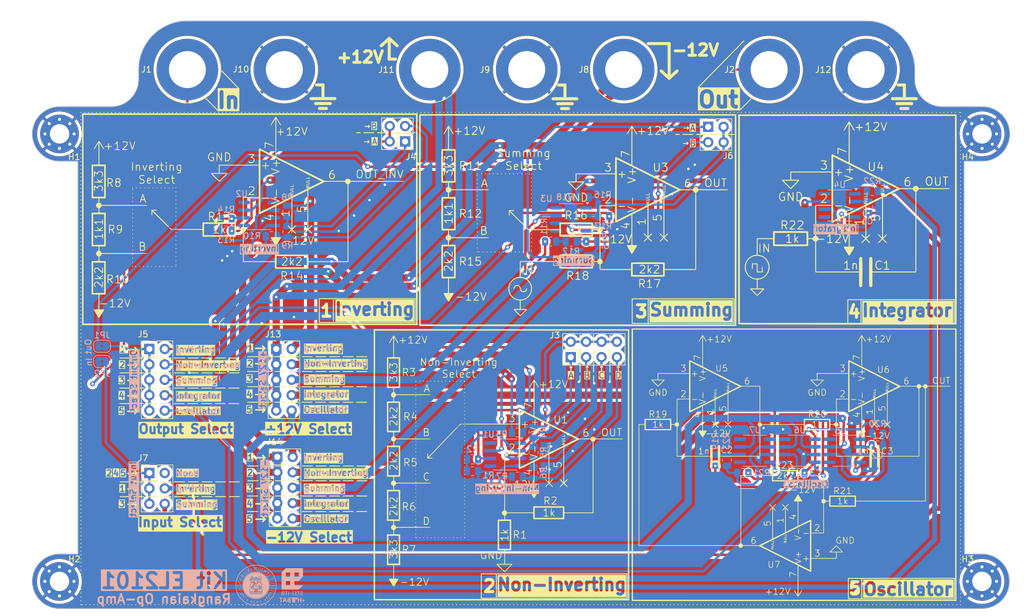
<source format=kicad_pcb>
(kicad_pcb (version 20240108) (generator "pcbnew") (generator_version "8.0")
  (layers (0 "F.Cu" signal) (31 "B.Cu" signal) (34 "B.Paste" user) (35 "F.Paste" user) (36 "B.SilkS" user "B.Silkscreen") (37 "F.SilkS" user "F.Silkscreen") (38 "B.Mask" user) (39 "F.Mask" user) (44 "Edge.Cuts" user))
  (net 0 "")
  (net 1 "Net-(U4--)")
  (net 2 "Net-(U5--)")
  (net 3 "Net-(C2-Pad2)")
  (net 4 "Net-(U6--)")
  (net 5 "+12V")
  (net 6 "GND")
  (net 7 "-12V")
  (net 8 "/OUT_INT")
  (net 9 "/OUT_OSC")
  (net 10 "/IN")
  (net 11 "/OUT")
  (net 12 "/B_NON_INV")
  (net 13 "/A_NON_INV")
  (net 14 "/NON_INV_SEL")
  (net 15 "/D_NON_INV")
  (net 16 "/C_NON_INV")
  (net 17 "/INV_SEL")
  (net 18 "Net-(U1--)")
  (net 19 "Net-(U2--)")
  (net 20 "Net-(U3--)")
  (net 21 "Net-(R19-Pad1)")
  (net 22 "Net-(U7--)")
  (net 44 "/A_INV")
  (net 45 "/B_INV")
  (net 46 "/OUT_SEL")
  (net 47 "/OUT_SUM")
  (net 48 "/OUT_INV")
  (net 49 "/OUT_NON_INV")
  (net 50 "/A_SUM")
  (net 51 "/SUM_SEL")
  (net 52 "/B_SUM")
  (net 54 "/IN_SEL")
  (net 55 "/IN_SUM")
  (net 56 "/IN_INT")
  (net 57 "/+12V_INT")
  (net 58 "/+12V_OSC")
  (net 59 "/+12V_SUM")
  (net 60 "/+12V_NON_INV")
  (net 61 "/+12V_INV")
  (net 62 "/-12V_INT")
  (net 63 "/-12V_INV")
  (net 64 "/-12V_SUM")
  (net 65 "/-12V_NON_INV")
  (net 66 "/-12V_OSC")
  (footprint "MountingHole:MountingHole_3.2mm_M3_Pad_Via" (layer "F.Cu") (at 86.021844 57.653256)
    (property "Reference" "H1")
    (property "Value" "MountingHole_Pad")
  )
  (footprint "bitmap_img:integrator" (layer "F.Cu") (at 215.9762 71.6534)
    (property "Reference" "G***" (hide yes))
    (property "Value" "LOGO" (hide yes))
  )
  (footprint "MountingHole:MountingHole_3.2mm_M3_Pad_Via" (layer "F.Cu") (at 238.218944 131.491056)
    (property "Reference" "H3")
    (property "Value" "MountingHole_Pad")
  )
  (footprint "bitmap_img:summing" (layer "F.Cu") (at 171.5135 71.8566)
    (property "Reference" "G***" (hide yes))
    (property "Value" "LOGO" (hide yes))
  )
  (footprint "Connector_PinHeader_2.54mm:PinHeader_2x05_P2.54mm_Vertical" (layer "F.Cu") (at 121.7803 93.14005)
    (property "Reference" "J13")
    (property "Value" "+12V Selector")
  )
  (footprint "Connector_PinHeader_2.54mm:PinHeader_2x03_P2.54mm_Vertical" (layer "F.Cu") (at 100.8457 113.60565)
    (property "Reference" "J7")
    (property "Value" "In Selector")
  )
  (footprint "bitmap_img:oscillator" (layer "F.Cu") (at 207.2259 112.268)
    (property "Reference" "G***" (hide yes))
    (property "Value" "LOGO" (hide yes))
  )
  (footprint "Connector_PinHeader_2.54mm:PinHeader_2x04_P2.54mm_Vertical" (layer "F.Cu") (at 170.3705 94.488 90)
    (property "Reference" "J3")
    (property "Value" "Non-Inverting Selector")
  )
  (footprint "Connector_PinHeader_2.54mm:PinHeader_2x02_P2.54mm_Vertical" (layer "F.Cu") (at 193.0527 56.4896)
    (property "Reference" "J6")
    (property "Value" "Summer selector")
  )
  (footprint "MountingHole:MountingHole_3.2mm_M3_Pad_Via" (layer "F.Cu") (at 86.009144 131.491056)
    (property "Reference" "H2")
    (property "Value" "MountingHole_Pad")
  )
  (footprint "Connector:Banana_Jack_1Pin" (layer "F.Cu") (at 163.113472 47.0408)
    (property "Reference" "J9")
    (property "Value" "Banana Jack")
  )
  (footprint "Connector_PinHeader_2.54mm:PinHeader_2x05_P2.54mm_Vertical" (layer "F.Cu") (at 100.8457 93.14505)
    (property "Reference" "J5")
    (property "Value" "Out Selector")
  )
  (footprint "Connector:Banana_Jack_1Pin" (layer "F.Cu") (at 123.113472 47.0408)
    (property "Reference" "J10")
    (property "Value" "Banana Jack")
  )
  (footprint "Connector_PinHeader_2.54mm:PinHeader_2x02_P2.54mm_Vertical" (layer "F.Cu") (at 143.0401 58.9026 180)
    (property "Reference" "J4")
    (property "Value" "Inverting Selector")
  )
  (footprint "Connector:Banana_Jack_1Pin" (layer "F.Cu") (at 147.113472 47.0408)
    (property "Reference" "J11")
    (property "Value" "Banana Jack")
  )
  (footprint "bitmap_img:inverting" (layer "F.Cu") (at 117.4369 71.755)
    (property "Reference" "G***" (hide yes))
    (property "Value" "LOGO" (hide yes))
  )
  (footprint "Connector:Banana_Jack_1Pin" (layer "F.Cu") (at 107.113472 47.0408)
    (property "Reference" "J1")
    (property "Value" "Banana Jack")
  )
  (footprint "Connector:Banana_Jack_1Pin" (layer "F.Cu") (at 179.113472 47.0408)
    (property "Reference" "J8")
    (property "Value" "Banana Jack")
  )
  (footprint "bitmap_img:Non-inverting" (layer "F.Cu") (at 158.9405 112.1664)
    (property "Reference" "G***" (hide yes))
    (property "Value" "LOGO" (hide yes))
  )
  (footprint "Connector_PinHeader_2.54mm:PinHeader_2x05_P2.54mm_Vertical" (layer "F.Cu") (at 121.9581 110.9508)
    (property "Reference" "J14")
    (property "Value" "+12V Selector")
  )
  (footprint "Connector:Banana_Jack_1Pin" (layer "F.Cu") (at 203.113472 47.0408)
    (property "Reference" "J2")
    (property "Value" "Banana Jack")
  )
  (footprint "Connector:Banana_Jack_1Pin" (layer "F.Cu") (at 219.113472 47.0408)
    (property "Reference" "J12")
    (property "Value" "Banana Jack")
  )
  (footprint "MountingHole:MountingHole_3.2mm_M3_Pad_Via" (layer "F.Cu") (at 238.2393 57.653256)
    (property "Reference" "H4")
    (property "Value" "MountingHole_Pad")
  )
  (footprint "Resistor_SMD:R_0805_2012Metric" (layer "B.Cu") (at 198.7696 113.586 180)
    (property "Reference" "R21")
    (property "Value" "1k")
  )
  (footprint "Resistor_SMD:R_0805_2012Metric" (layer "B.Cu") (at 123.604775 70.414545 90)
    (property "Reference" "R8")
    (property "Value" "3k3")
  )
  (footprint "Resistor_SMD:R_0805_2012Metric" (layer "B.Cu") (at 123.604775 73.788945 90)
    (property "Reference" "R9")
    (property "Value" "1k1")
  )
  (footprint "bitmap_img:ITB" (layer "B.Cu") (at 118.4402 132.13232 180)
    (property "Reference" "G***" (hide yes))
    (property "Value" "LOGO" (hide yes))
  )
  (footprint "Resistor_SMD:R_0805_2012Metric" (layer "B.Cu") (at 220.9927 107.1118 180)
    (property "Reference" "R20")
    (property "Value" "1k")
  )
  (footprint "Jumper:SolderJumper-2_P1.3mm_Bridged2Bar_RoundedPad1.0x1.5mm" (layer "B.Cu") (at 93.0402 95.1992 180)
    (property "Reference" "JP2")
    (property "Value" "Jumper_2_Small_Bridged")
  )
  (footprint "Resistor_SMD:R_0805_2012Metric" (layer "B.Cu") (at 113.522875 71.657245)
    (property "Reference" "R14")
    (property "Value" "2k2")
  )
  (footprint "Jumper:SolderJumper-2_P1.3mm_Bridged2Bar_RoundedPad1.0x1.5mm" (layer "B.Cu") (at 93.0379 92.6846 180)
    (property "Reference" "JP1")
    (property "Value" "Jumper_2_Small_Bridged")
  )
  (footprint "Resistor_SMD:R_0805_2012Metric" (layer "B.Cu") (at 161.579275 114.20169)
    (property "Reference" "R7")
    (property "Value" "3k3")
  )
  (footprint "Resistor_SMD:R_0805_2012Metric" (layer "B.Cu") (at 196.1261 111.4759 90)
    (property "Reference" "R23")
    (property "Value" "2k2")
  )
  (footprint "Package_SO:SOIC-8_3.9x4.9mm_P1.27mm" (layer "B.Cu") (at 200.7743 109.9312 180)
    (property "Reference" "U7")
    (property "Value" "LM741")
  )
  (footprint "Package_SO:SOIC-8_3.9x4.9mm_P1.27mm" (layer "B.Cu") (at 159.541175 110.55809 180)
    (property "Reference" "U1")
    (property "Value" "LM741")
  )
  (footprint "Resistor_SMD:R_0805_2012Metric" (layer "B.Cu") (at 154.160575 113.30589)
    (property "Reference" "R1")
    (property "Value" "1k")
  )
  (footprint "Resistor_SMD:R_0805_2012Metric" (layer "B.Cu") (at 172.440559 68.09658)
    (property "Reference" "R18")
    (property "Value" "1k")
  )
  (footprint "Package_SO:SOIC-8_3.9x4.9mm_P1.27mm" (layer "B.Cu") (at 118.938875 70.884045 180)
    (property "Reference" "U2")
    (property "Value" "LM741")
  )
  (footprint "Capacitor_SMD:C_0805_2012Metric" (layer "B.Cu") (at 219.426546 69.730159 -90)
    (property "Reference" "C1")
    (property "Value" "1n")
  )
  (footprint "Resistor_SMD:R_0805_2012Metric" (layer "B.Cu") (at 154.160575 111.35689)
    (property "Reference" "R2")
    (property "Value" "1k")
  )
  (footprint "Resistor_SMD:R_0805_2012Metric" (layer "B.Cu") (at 113.526775 73.587645 180)
    (property "Reference" "R13")
    (property "Value" "1k")
  )
  (footprint "Resistor_SMD:R_0805_2012Metric" (layer "B.Cu") (at 194.2211 111.4759 -90)
    (property "Reference" "R19")
    (property "Value" "1k")
  )
  (footprint "Resistor_SMD:R_0805_2012Metric" (layer "B.Cu") (at 120.965075 74.527445)
    (property "Reference" "R10")
    (property "Value" "2k2")
  )
  (footprint "Resistor_SMD:R_0805_2012Metric" (layer "B.Cu") (at 175.814959 69.31578 180)
    (property "Reference" "R16")
    (property "Value" "1k")
  )
  (footprint "Package_SO:SOIC-8_3.9x4.9mm_P1.27mm" (layer "B.Cu") (at 170.432059 71.74298 180)
    (property "Reference" "U3")
    (property "Value" "LM741")
  )
  (footprint "Package_SO:SOIC-8_3.9x4.9mm_P1.27mm" (layer "B.Cu") (at 215.5825 109.9312 180)
    (property "Reference" "U5")
    (property "Value" "LM741")
  )
  (footprint "Resistor_SMD:R_0805_2012Metric" (layer "B.Cu") (at 220.135846 67.078359 180)
    (property "Reference" "R22")
    (property "Value" "1k")
  )
  (footprint "Resistor_SMD:R_0805_2012Metric" (layer "B.Cu") (at 164.218975 106.86109 90)
    (property "Reference" "R4")
    (property "Value" "2k2")
  )
  (footprint "Package_SO:SOIC-8_3.9x4.9mm_P1.27mm" (layer "B.Cu") (at 214.752946 69.454759 180)
    (property "Reference" "U4")
    (property "Value" "LM741")
  )
  (footprint "bitmap_img:STEI" (layer "B.Cu") (at 124.3838 132.08 180)
    (property "Reference" "G***" (hide yes))
    (property "Value" "LOGO" (hide yes))
  )
  (footprint "Capacitor_SMD:C_0805_2012Metric" (layer "B.Cu") (at 220.9775 109.0422)
    (property "Reference" "C2")
    (property "Value" "1n")
  )
  (footprint "Resistor_SMD:R_0805_2012Metric" (layer "B.Cu") (at 175.814959 71.22078)
    (property "Reference" "R17")
    (property "Value" "2k2")
  )
  (footprint "Package_SO:SOIC-8_3.9x4.9mm_P1.27mm" (layer "B.Cu") (at 208.1799 109.9312 180)
    (property "Reference" "U6")
    (property "Value" "LM741")
  )
  (footprint "Resistor_SMD:R_0805_2012Metric" (layer "B.Cu") (at 173.833759 75.41178 180)
    (property "Reference" "R15")
    (property "Value" "2k2")
  )
  (footprint "Resistor_SMD:R_0805_2012Metric" (layer "B.Cu") (at 164.218975 113.56669 90)
    (property "Reference" "R6")
    (property "Value" "2k2")
  )
  (footprint "Resistor_SMD:R_0805_2012Metric" (layer "B.Cu") (at 164.244375 110.21579 90)
    (property "Reference" "R5")
    (property "Value" "2k2")
  )
  (footprint "Resistor_SMD:R_0805_2012Metric" (layer "B.Cu") (at 170.459359 75.41178 180)
    (property "Reference" "R12")
    (property "Value" "1k1")
  )
  (footprint "Capacitor_SMD:C_0805_2012Metric" (layer "B.Cu") (at 207.9981 113.6142 180)
    (property "Reference" "C3")
    (property "Value" "1n")
  )
  (footprint "Resistor_SMD:R_0805_2012Metric" (layer "B.Cu") (at 167.059559 75.41178 180)
    (property "Reference" "R11")
    (property "Value" "3k3")
  )
  (footprint "Resistor_SMD:R_0805_2012Metric" (layer "B.Cu") (at 161.553875 106.91189 180)
    (property "Reference" "R3")
    (property "Value" "3k3")
  )
  (gr_line (start 117.0559 119.9678) (end 137.1219 119.9678) (stroke (width 0.15) (type dash)) (layer "F.SilkS"))
  (gr_line (start 128.4478 49.5681) (end 129.4892 49.5681) (stroke (width 0.508)) (layer "F.SilkS"))
  (gr_line (start 174.1424 90.805) (end 174.1424 98.5774) (stroke (width 0.15) (type dash)) (layer "F.SilkS"))
  (gr_line (start 223.4692 51.8414) (end 227.3808 51.8414) (stroke (width 0.508)) (layer "F.SilkS"))
  (gr_line (start 167.4622 51.8541) (end 171.3738 51.8541) (stroke (width 0.508)) (layer "F.SilkS"))
  (gr_line (start 117.0813 96.8502) (end 137.1473 96.8502) (stroke (width 0.15) (type dash)) (layer "F.SilkS"))
  (gr_line (start 168.3766 49.5935) (end 169.418 49.5935) (stroke (width 0.508)) (layer "F.SilkS"))
  (gr_line (start 115.6208 50.1904) (end 112.776 47.244) (stroke (width 0.15)) (layer "F.SilkS"))
  (gr_line (start 131.2037 85.0392) (end 131.2037 88.5952) (stroke (width 0.15)) (layer "F.SilkS"))
  (gr_line (start 225.425 51.7906) (end 225.425 49.5808) (stroke (width 0.508)) (layer "F.SilkS"))
  (gr_line (start 117.0813 117.4024) (end 137.1473 117.4024) (stroke (width 0.15) (type dash)) (layer "F.SilkS"))
  (gr_line (start 96.0247 117.504) (end 116.0907 117.504) (stroke (width 0.15) (type dash)) (layer "F.SilkS"))
  (gr_line (start 183.1594 84.8614) (end 183.1594 88.9254) (stroke (width 0.15)) (layer "F.SilkS"))
  (gr_line (start 218.3892 130.9878) (end 218.3892 134.366) (stroke (width 0.15)) (layer "F.SilkS"))
  (gr_line (start 224.8535 53.467) (end 225.9965 53.467) (stroke (width 0.508)) (layer "F.SilkS"))
  (gr_line (start 117.0813 94.4118) (end 137.1473 94.4118) (stroke (width 0.15) (type dash)) (layer "F.SilkS"))
  (gr_line (start 169.418 51.8033) (end 169.418 49.5935) (stroke (width 0.508)) (layer "F.SilkS"))
  (gr_line (start 191.4144 49.9872) (end 198.9328 42.3164) (stroke (width 0.15)) (layer "F.SilkS"))
  (gr_rect (start 89.5604 54.102) (end 234.696 135.3312) (stroke (width 0.15) (type dot)) (fill none) (layer "F.SilkS"))
  (gr_line (start 117.1067 114.8878) (end 137.1727 114.8878) (stroke (width 0.15) (type dash)) (layer "F.SilkS"))
  (gr_line (start 127.5334 51.8287) (end 131.445 51.8287) (stroke (width 0.508)) (layer "F.SilkS"))
  (gr_line (start 224.3836 49.5808) (end 225.425 49.5808) (stroke (width 0.508)) (layer "F.SilkS"))
  (gr_line (start 140.4239 41.91) (end 140.4239 45.3136) (stroke (width 0.508)) (layer "F.SilkS"))
  (gr_line (start 128.2827 52.6415) (end 130.6957 52.6415) (stroke (width 0.508)) (layer "F.SilkS"))
  (gr_line (start 144.6403 57.4548) (end 135.0391 57.4548) (stroke (width 0.15) (type dash)) (layer "F.SilkS"))
  (gr_line (start 95.9739 99.5934) (end 116.0399 99.5934) (stroke (width 0.15) (type dash)) (layer "F.SilkS"))
  (gr_rect (start 180.5178 84.8614) (end 197.3072 88.9254) (stroke (width 0.15)) (fill none) (layer "F.SilkS"))
  (gr_line (start 140.4239 41.91) (end 139.1158 43.1038) (stroke (width 0.508)) (layer "F.SilkS"))
  (gr_line (start 95.9485 102.1588) (end 116.0145 102.1588) (stroke (width 0.15) (type dash)) (layer "F.SilkS"))
  (gr_line (start 186.6138 48.4632) (end 187.9219 47.2694) (stroke (width 0.508)) (layer "F.SilkS"))
  (gr_line (start 171.9072 90.805) (end 171.9072 98.5774) (stroke (width 0.15) (type dash)) (layer "F.SilkS"))
  (gr_line (start 168.2115 52.6669) (end 170.6245 52.6669) (stroke (width 0.508)) (layer "F.SilkS"))
  (gr_line (start 95.9993 94.6404) (end 116.0653 94.6404) (stroke (width 0.15) (type dash)) (layer "F.SilkS"))
  (gr_line (start 95.9993 97.0788) (end 116.0653 97.0788) (stroke (width 0.15) (type dash)) (layer "F.SilkS"))
  (gr_line (start 141.4653 45.3136) (end 140.4239 45.3136) (stroke (width 0.508)) (layer "F.SilkS"))
  (gr_line (start 128.9177 53.4543) (end 130.0607 53.4543) (stroke (width 0.508)) (layer "F.SilkS"))
  (gr_rect (start 216.0905 85.0138) (end 233.6419 89.027) (stroke (width 0.15)) (fill none) (layer "F.SilkS"))
  (gr_line (start 117.0559 99.3648) (end 137.1219 99.3648) (stroke (width 0.15) (type dash)) (layer "F.SilkS"))
  (gr_line (start 198.2724 53.721) (end 200.1012 51.8922) (stroke (width 0.15)) (layer "F.SilkS"))
  (gr_line (start 186.6138 48.4632) (end 186.6138 42.7482) (stroke (width 0.508)) (layer "F.SilkS"))
  (gr_line (start 96.0247 115.0656) (end 116.0907 115.0656) (stroke (width 0.15) (type dash)) (layer "F.SilkS"))
  (gr_rect (start 128.8923 84.836) (end 144.6911 88.773) (stroke (width 0.15)) (fill none) (layer "F.SilkS"))
  (gr_line (start 183.1594 42.7482) (end 186.6138 42.7482) (stroke (width 0.508)) (layer "F.SilkS"))
  (gr_line (start 224.2185 52.6542) (end 226.6315 52.6542) (stroke (width 0.508)) (layer "F.SilkS"))
  (gr_rect (start 155.6131 130.2385) (end 179.6415 134.2771) (stroke (width 0.15)) (fill none) (layer "F.SilkS"))
  (gr_line (start 140.4239 41.91) (end 141.732 43.1038) (stroke (width 0.508)) (layer "F.SilkS"))
  (gr_line (start 186.6138 48.4632) (end 185.3057 47.2694) (stroke (width 0.508)) (layer "F.SilkS"))
  (gr_line (start 129.4892 51.7779) (end 129.4892 49.5681) (stroke (width 0.508)) (layer "F.SilkS"))
  (gr_line (start 117.0305 101.9302) (end 137.0965 101.9302) (stroke (width 0.15) (type dash)) (layer "F.SilkS"))
  (gr_line (start 117.1067 112.4494) (end 137.1727 112.4494) (stroke (width 0.15) (type dash)) (layer "F.SilkS"))
  (gr_line (start 168.8465 53.4797) (end 169.9895 53.4797) (stroke (width 0.508)) (layer "F.SilkS"))
  (gr_rect (start 216.1794 130.9878) (end 233.68 134.366) (stroke (width 0.15)) (fill none) (layer "F.SilkS"))
  (gr_line (start 197.2818 57.74205) (end 187.6806 57.74205) (stroke (width 0.15) (type dash)) (layer "F.SilkS"))
  (gr_line (start 112.1664 53.8226) (end 110.1852 51.816) (stroke (width 0.15)) (layer "F.SilkS"))
  (gr_line (start 176.8348 90.805) (end 176.8348 98.5774) (stroke (width 0.15) (type dash)) (layer "F.SilkS"))
  (gr_line (start 218.2749 85.0392) (end 218.2749 88.9508) (stroke (width 0.15)) (layer "F.SilkS"))
  (gr_line (start 158.1023 130.2893) (end 158.1023 134.2263) (stroke (width 0.15)) (layer "F.SilkS"))
  (gr_line (start 86.0298 62.1792) (end 89.0298 62.1792) (stroke (width 0.1)) (layer "Edge.Cuts"))
  (gr_arc (start 219.1004 38.989) (mid 224.793882 41.347318) (end 227.1522 47.0408) (stroke (width 0.1)) (layer "Edge.Cuts"))
  (gr_arc (start 99.06 47.0408) (mid 101.418318 41.347318) (end 107.1118 38.989) (stroke (width 0.1)) (layer "Edge.Cuts"))
  (gr_arc (start 85.9282 135.9916) (mid 81.507744 131.419597) (end 86.0298 126.948059) (stroke (width 0.1)) (layer "Edge.Cuts"))
  (gr_arc (start 238.4044 53.1368) (mid 242.824856 57.708803) (end 238.3028 62.180341) (stroke (width 0.1)) (layer "Edge.Cuts"))
  (gr_line (start 238.3028 62.180341) (end 235.3028 62.180341) (stroke (width 0.1)) (layer "Edge.Cuts"))
  (gr_arc (start 238.3536 126.948059) (mid 242.774056 131.520062) (end 238.252 135.9916) (stroke (width 0.1)) (layer "Edge.Cuts"))
  (gr_arc (start 86.0298 62.1792) (mid 81.5086 57.658) (end 86.0298 53.1368) (stroke (width 0.1)) (layer "Edge.Cuts"))
  (gr_line (start 94.5388 53.1368) (end 86.0298 53.1368) (stroke (width 0.1)) (layer "Edge.Cuts"))
  (gr_line (start 219.1004 38.989) (end 107.1118 38.989) (stroke (width 0.1)) (layer "Edge.Cuts"))
  (gr_line (start 238.3536 126.948059) (end 235.3536 126.948059) (stroke (width 0.1)) (layer "Edge.Cuts"))
  (gr_line (start 99.06 47.0408) (end 99.06 48.6156) (stroke (width 0.1)) (layer "Edge.Cuts"))
  (gr_arc (start 231.6734 53.1368) (mid 228.476429 51.812571) (end 227.1522 48.6156) (stroke (width 0.1)) (layer "Edge.Cuts"))
  (gr_line (start 227.1522 47.0408) (end 227.1522 48.6156) (stroke (width 0.1)) (layer "Edge.Cuts"))
  (gr_arc (start 99.06 48.6156) (mid 97.735771 51.812571) (end 94.5388 53.1368) (stroke (width 0.1)) (layer "Edge.Cuts"))
  (gr_line (start 235.3536 126.948059) (end 235.3028 62.180341) (stroke (width 0.1)) (layer "Edge.Cuts"))
  (gr_line (start 85.9282 135.9916) (end 238.252 135.9916) (stroke (width 0.1)) (layer "Edge.Cuts"))
  (gr_line (start 86.0298 126.948059) (end 89.0298 126.948059) (stroke (width 0.1)) (layer "Edge.Cuts"))
  (gr_line (start 89.0298 126.948059) (end 89.0298 62.1792) (stroke (width 0.1)) (layer "Edge.Cuts"))
  (gr_line (start 238.4044 53.1368) (end 231.6734 53.1368) (stroke (width 0.1)) (layer "Edge.Cuts"))
  (gr_text "Summing" (at 112.245732 98.933 0) (layer "B.SilkS") (effects (font (size 1 1) (thickness 0.2) (bold yes)) (justify left bottom mirror)))
  (gr_text "Non-Inverting" (at 137.0838 114.1222 0) (layer "B.SilkS") (effects (font (size 1 1) (thickness 0.2) (bold yes)) (justify left bottom mirror)))
  (gr_text "Non-Inverting" (at 137.0076 96.012 0) (layer "B.SilkS") (effects (font (size 1 1) (thickness 0.2) (bold yes)) (justify left bottom mirror)))
  (gr_text "Inverting" (at 111.98139 116.713 0) (layer "B.SilkS") (effects (font (size 1 1) (thickness 0.2) (bold yes)) (justify left bottom mirror)))
  (gr_text "In" (at 91.4908 94.5134 90) (layer "B.SilkS") (effects (font (size 1 1)) (justify left bottom mirror)))
  (gr_text "Output Select" (at 98.8568 93.091 90) (layer "B.SilkS" knockout) (effects (font (size 1 1) (thickness 0.2) (bold yes)) (justify left bottom mirror)))
  (gr_text "None" (at 109.219485 114.173 0) (layer "B.SilkS") (effects (font (size 1 1) (thickness 0.2) (bold yes)) (justify left bottom mirror)))
  (gr_text "Integrator" (at 218.0082 73.8378 0) (layer "B.SilkS" knockout) (effects (font (size 1 1) (thickness 0.2) (bold yes)) (justify left bottom mirror)))
  (gr_text "Out" (at 91.3638 91.3892 90) (layer "B.SilkS") (effects (font (size 1 1)) (justify left bottom mirror)))
  (gr_text "Inverting" (at 132.912362 93.472 0) (layer "B.SilkS") (effects (font (size 1 1) (thickness 0.2) (bold yes)) (justify left bottom mirror)))
  (gr_text "Summing" (at 174.371 79.0448 0) (layer "B.SilkS" knockout) (effects (font (size 1 1) (thickness 0.2) (bold yes)) (justify left bottom mirror)))
  (gr_text "Inverting" (at 132.988562 111.5822 0) (layer "B.SilkS") (effects (font (size 1 1) (thickness 0.2) (bold yes)) (justify left bottom mirror)))
  (gr_text "Input Select" (at 98.7552 111.5568 90) (layer "B.SilkS" knockout) (effects (font (size 1 1) (thickness 0.2) (bold yes)) (justify left bottom mirror)))
  (gr_text "Inverting" (at 111.9124 93.853 0) (layer "B.SilkS") (effects (font (size 1 1) (thickness 0.2) (bold yes)) (justify left bottom mirror)))
  (gr_text "-12V Select" (at 120.4722 111.252 90) (layer "B.SilkS" knockout) (effects (font (size 1 1) (thickness 0.2) (bold yes)) (justify left bottom mirror)))
  (gr_text "Summing" (at 133.245694 98.552 0) (layer "B.SilkS") (effects (font (size 1 1) (thickness 0.2) (bold yes)) (justify left bottom mirror)))
  (gr_text "Summing" (at 112.314722 119.253 0) (layer "B.SilkS") (effects (font (size 1 1) (thickness 0.2) (bold yes)) (justify left bottom mirror)))
  (gr_text "Non-Inverting" (at 165.3032 116.6876 0) (layer "B.SilkS" knockout) (effects (font (size 1 1) (thickness 0.2) (bold yes)) (justify left bottom mirror)))
  (gr_text "Oscillator" (at 213.0044 116.0526 0) (layer "B.SilkS" knockout) (effects (font (size 1 1) (thickness 0.2) (bold yes)) (justify left bottom mirror)))
  (gr_text "Summing" (at 133.321894 116.6622 0) (layer "B.SilkS") (effects (font (size 1 1) (thickness 0.2) (bold yes)) (justify left bottom mirror)))
  (gr_text "Non-Inverting" (at 116.007638 96.393 0) (layer "B.SilkS") (effects (font (size 1 1) (thickness 0.2) (bold yes)) (justify left bottom mirror)))
  (gr_text "Integrator" (at 133.769506 101.092 0) (layer "B.SilkS") (effects (font (size 1 1) (thickness 0.2) (bold yes)) (justify left bottom mirror)))
  (gr_text "Integrator" (at 133.845706 119.2022 0) (layer "B.SilkS") (effects (font (size 1 1) (thickness 0.2) (bold yes)) (justify left bottom mirror)))
  (gr_text "Oscillator" (at 133.674268 103.632 0) (layer "B.SilkS") (effects (font (size 1 1) (thickness 0.2) (bold yes)) (justify left bottom mirror)))
  (gr_text "Kit EL2101" (at 114.058295 132.874321 -0) (layer "B.SilkS" knockout) (effects (font (size 2.5 2.5) (thickness 0.5) (bold yes)) (justify left bottom mirror)))
  (gr_text "Oscillator" (at 133.750468 121.7422 0) (layer "B.SilkS") (effects (font (size 1 1) (thickness 0.2) (bold yes)) (justify left bottom mirror)))
  (gr_text "Integrator" (at 112.769544 101.473 0) (layer "B.SilkS") (effects (font (size 1 1) (thickness 0.2) (bold yes)) (justify left bottom mirror)))
  (gr_text "+12V Select" (at 120.142 93.345 90) (layer "B.SilkS" knockout) (effects (font (size 1 1) (thickness 0.2) (bold yes)) (justify left bottom mirror)))
  (gr_text "Oscillator" (at 112.674306 104.013 0) (layer "B.SilkS") (effects (font (size 1 1) (thickness 0.2) (bold yes)) (justify left bottom mirror)))
  (gr_text "Rangkaian Op-Amp" (at 114.513058 135.261921 -0) (layer "B.SilkS") (effects (font (size 1.5 1.5) (thickness 0.3) (bold yes)) (justify left bottom mirror)))
  (gr_text "Inverting" (at 122.3772 77.1398 0) (layer "B.SilkS" knockout) (effects (font (size 1 1) (thickness 0.2) (bold yes)) (justify left bottom mirror)))
  (gr_text "C" (at 174.8536 98.0948 0) (layer "F.SilkS" knockout) (effects (font (size 1 1)) (justify left bottom)))
  (gr_text "Summing" (at 126.2253 116.6948 0) (layer "F.SilkS" knockout) (effects (font (size 1 1) (thickness 0.2) (bold yes)) (justify left bottom)))
  (gr_text "1" (at 95.7961 93.8058 0) (layer "F.SilkS" knockout) (effects (font (size 1 1) (thickness 0.2) (bold yes)) (justify left bottom)))
  (gr_text "→" (at 96.6597 104.44305 0) (layer "F.SilkS") (effects (font (size 2 2) (thickness 0.25)) (justify left bottom)))
  (gr_text "5" (at 95.6437 103.9658 0) (layer "F.SilkS" knockout) (effects (font (size 1 1) (thickness 0.2) (bold yes)) (justify left bottom)))
  (gr_text "Oscillator" (at 126.1999 103.7372 0) (layer "F.SilkS" knockout) (effects (font (size 1 1) (thickness 0.2) (bold yes)) (justify left bottom)))
  (gr_text "2" (at 116.8527 114.1548 0) (layer "F.SilkS" knockout) (effects (font (size 1 1) (thickness 0.2) (bold yes)) (justify left bottom)))
  (gr_text "4" (at 116.7257 101.1972 0) (layer "F.SilkS" knockout) (effects (font (size 1 1) (thickness 0.2) (bold yes)) (justify left bottom)))
  (gr_text "Oscillator" (at 105.1179 103.9658 0) (layer "F.SilkS" knockout) (effects (font (size 1 1) (thickness 0.2) (bold yes)) (justify left bottom)))
  (gr_text "→" (at 170.9166 97.1042 90) (layer "F.SilkS") (effects (font (size 1 1)) (justify left bottom)))
  (gr_text "→" (at 117.7417 104.21445 0) (layer "F.SilkS") (effects (font (size 2 2) (thickness 0.25)) (justify left bottom)))
  (gr_text "1" (at 116.9035 111.6148 0) (layer "F.SilkS" knockout) (effects (font (size 1 1) (thickness 0.2) (bold yes)) (justify left bottom)))
  (gr_text "Oscillator" (at 126.2253 121.7748 0) (layer "F.SilkS" knockout) (effects (font (size 1 1) (thickness 0.2) (bold yes)) (justify left bottom)))
  (gr_text "→" (at 117.7417 99.13445 0) (layer "F.SilkS") (effects (font (size 2 2) (thickness 0.25)) (justify left bottom)))
  (gr_text "B" (at 189.895171 59.7916 0) (layer "F.SilkS" knockout) (effects (font (size 1 1)) (justify left bottom)))
  (gr_text "Inverting" (at 105.1433 116.771 0) (layer "F.SilkS" knockout) (effects (font (size 1 1) (thickness 0.2) (bold yes)) (justify left bottom)))
  (gr_text "5" (at 116.7257 103.7372 0) (layer "F.SilkS" knockout) (effects (font (size 1 1) (thickness 0.2) (bold yes)) (justify left bottom)))
  (gr_text "→" (at 96.6597 96.82305 0) (layer "F.SilkS") (effects (font (size 2 2) (thickness 0.25)) (justify left bottom)))
  (gr_text "→" (at 178.7398 97.0788 90) (layer "F.SilkS") (effects (font (size 1 1)) (justify left bottom)))
  (gr_text "Summing" (at 126.1999 98.6572 0) (layer "F.SilkS" knockout) (effects (font (size 1 1) (thickness 0.2) (bold yes)) (justify left bottom)))
  (gr_text "-12V" (at 186.8424 44.9326 0) (layer "F.SilkS") (effects (font (size 1.905 1.905) (thickness 0.47625) (bold yes)) (justify left bottom)))
  (gr_text "Non-Inverting" (at 126.1999 96.1172 0) (layer "F.SilkS" knockout) (effects (font (size 1 1) (thickness 0.2) (bold yes)) (justify left bottom)))
  (gr_text "Inverting" (at 105.1179 93.8058 0) (layer "F.SilkS" knockout) (effects (font (size 1 1) (thickness 0.2) (bold yes)) (justify left bottom)))
  (gr_text "→" (at 175.9712 97.0534 90) (layer "F.SilkS") (effects (font (size 1 1)) (justify left bottom)))
  (gr_text "→" (at 117.7671 117.17205 0) (layer "F.SilkS") (effects (font (size 2 2) (thickness 0.25)) (justify left bottom)))
  (gr_text "Summing" (at 183.1594 87.8586 0) (layer "F.SilkS" knockout) (effects (font (size 2 2) (thickness 0.5) (bold yes)) (justify left bottom)))
  (gr_text "→" (at 117.7671 112.09205 0) (layer "F.SilkS") (effects (font (size 2 2) (thickness 0.25)) (justify left bottom)))
  (gr_text "3" (at 180.7464 88.1126 0) (layer "F.SilkS") (effects (font (size 2 2) (thickness 0.5) (bold yes)) (justify left bottom)))
  (gr_text "5" (at 116.7511 121.7748 0) (layer "F.SilkS" knockout) (effects (font (size 1 1) (thickness 0.2) (bold yes)) (justify left bottom)))
  (gr_text "B" (at 172.466 98.0948 0) (layer "F.SilkS" knockout) (effects (font (size 1 1)) (justify left bottom)))
  (gr_text "Non-Inverting" (at 105.1179 96.3458 0) (layer "F.SilkS" knockout) (effects (font (size 1 1) (thickness 0.2) (bold yes)) (justify left bottom)))
  (gr_text "→" (at 188.722 57.20865 0) (layer "F.SilkS") (effects (font (size 1 1)) (justify left bottom)))
  (gr_text "Inverting" (at 126.1999 93.5772 0) (layer "F.SilkS" knockout) (effects (font (size 1 1) (thickness 0.2) (bold yes)) (justify left bottom)))
  (gr_text "Non-Inverting" (at 158.0007 133.1849 0) (layer "F.SilkS" knockout) (effects (font (size 2 2) (thickness 0.5) (bold yes)) (justify left bottom)))
  (gr_text "1" (at 116.8781 93.5772 0) (layer "F.SilkS" knockout) (effects (font (size 1 1) (thickness 0.2) (bold yes)) (justify left bottom)))
  (gr_text "2" (at 93.5863 114.22565 0) (layer "F.SilkS" knockout) (effects (font (size 1 1) (thickness 0.2) (bold yes)) (justify left bottom)))
  (gr_text "Output Select" (at 98.8695 107.23705 0) (layer "F.SilkS" knockout) (effects (font (size 1.5 1.5) (thickness 0.375) (bold yes)) (justify left bottom)))
  (gr_text "Integrator" (at 126.1999 101.1972 0) (layer "F.SilkS" knockout) (effects (font (size 1 1) (thickness 0.2) (bold yes)) (justify left bottom)))
  (gr_text "4" (at 215.8619 88.1634 0) (layer "F.SilkS") (effects (font (size 2 2) (thickness 0.5) (bold yes)) (justify left bottom)))
  (gr_text "B" (at 137.3251 56.96435 0) (layer "F.SilkS" knockout) (effects (font (size 1 1)) (justify left bottom)))
  (gr_text "Summing" (at 105.1179 98.8858 0) (layer "F.SilkS" knockout) (effects (font (size 1 1) (thickness 0.2) (bold yes)) (justify left bottom)))
  (gr_text "5" (at 95.8977 114.22565 0) (layer "F.SilkS" knockout) (effects (font (size 1 1) (thickness 0.2) (bold yes)) (justify left bottom)))
  (gr_text "4" (at 94.7293 114.22565 0) (layer "F.SilkS" knockout) (effects (font (size 1 1) (thickness 0.2) (bold yes)) (justify left bottom)))
  (gr_text "→" (at 117.7417 94.05445 0) (layer "F.SilkS") (effects (font (size 2 2) (thickness 0.25)) (justify left bottom)))
  (gr_text "Non-Inverting" (at 126.2253 114.1548 0) (layer "F.SilkS" knockout) (effects (font (size 1 1) (thickness 0.2) (bold yes)) (justify left bottom)))
  (gr_text "4" (at 116.7511 119.2348 0) (layer "F.SilkS" knockout) (effects (font (size 1 1) (thickness 0.2) (bold yes)) (justify left bottom)))
  (gr_text "→" (at 188.6458 59.74865 0) (layer "F.SilkS") (effects (font (size 1 1)) (justify left bottom)))
  (gr_text "In" (at 111.7346 53.6194 0) (layer "F.SilkS" knockout) (effects (font (size 2.54 2.54) (thickness 0.635) (bold yes)) (justify left bottom)))
  (gr_text "3" (at 116.8019 116.6948 0) (layer "F.SilkS" knockout) (effects (font (size 1 1) (thickness 0.2) (bold yes)) (justify left bottom)))
  (gr_text "4" (at 95.6437 101.4258 0) (layer "F.SilkS" knockout) (effects (font (size 1 1) (thickness 0.2) (bold yes)) (justify left bottom)))
  (gr_text "Integrator" (at 105.1179 101.4258 0) (layer "F.SilkS" knockout) (effects (font (size 1 1) (thickness 0.2) (bold yes)) (justify left bottom)))
  (gr_text "Integrator" (at 218.1733 87.9602 0) (layer "F.SilkS" knockout) (effects (font (size 2 2) (thickness 0.5) (bold yes)) (justify left bottom)))
  (gr_text "→" (at 96.6597 94.28305 0) (layer "F.SilkS") (effects (font (size 2 2) (thickness 0.25)) (justify left bottom)))
  (gr_text "Integrator" (at 126.2253 119.2348 0) (layer "F.SilkS" knockout) (effects (font (size 1 1) (thickness 0.2) (bold yes)) (justify left bottom)))
  (gr_text "None" (at 105.1433 114.231 0) (layer "F.SilkS" knockout) (effects (font (size 1 1) (thickness 0.2) (bold yes)) (justify left bottom)))
  (gr_text "5" (at 215.9762 133.8326 0) (layer "F.SilkS") (effects (font (size 2 2) (thickness 0.5) (bold yes)) (justify left bottom)))
  (gr_text "Summing" (at 105.1433 119.311 0) (layer "F.SilkS" knockout) (effects (font (size 1 1) (thickness 0.2) (bold yes)) (justify left bottom)))
  (gr_text "2" (at 116.8273 96.1172 0) (layer "F.SilkS" knockout) (effects (font (size 1 1) (thickness 0.2) (bold yes)) (justify left bottom)))
  (gr_text "A" (at 169.8752 98.0948 0) (layer "F.SilkS" knockout) (effects (font (size 1 1)) (justify left bottom)))
  (gr_text "D" (at 177.6222 98.0948 0) (layer "F.SilkS" knockout) (effects (font (size 1 1)) (justify left bottom)))
  (gr_text "Out" (at 191.0842 53.4924 0) (layer "F.SilkS" knockout) (effects (font (size 2.54 2.54) (thickness 0.635) (bold yes)) (justify left bottom)))
  (gr_text "Inverting" (at 131.2291 87.757 0) (layer "F.SilkS" knockout) (effects (font (size 2 2) (thickness 0.5) (bold yes)) (justify left bottom)))
  (gr_text "3" (at 95.7199 119.311 0) (layer "F.SilkS" knockout) (effects (font (size 1 1) (thickness 0.2) (bold yes)) (justify left bottom)))
  (gr_text "→" (at 136.0043 59.4614 0) (layer "F.SilkS") (effects (font (size 1 1)) (justify left bottom)))
  (gr_text "→" (at 173.609 97.0788 90) (layer "F.SilkS") (effects (font (size 1 1)) (justify left bottom)))
  (gr_text "1" (at 95.7707 116.771 0) (layer "F.SilkS" knockout) (effects (font (size 1 1) (thickness 0.2) (bold yes)) (justify left bottom)))
  (gr_text "→" (at 96.6851 117.24825 0) (layer "F.SilkS") (effects (font (size 2 2) (thickness 0.25)) (justify left bottom)))
  (gr_text "Inverting" (at 126.2253 111.6148 0) (layer "F.SilkS" knockout) (effects (font (size 1 1) (thickness 0.2) (bold yes)) (justify left bottom)))
  (gr_text "-12V Select" (at 119.8753 125.0986 0) (layer "F.SilkS" knockout) (effects (font (size 1.5 1.5) (thickness 0.375) (bold yes)) (justify left bottom)))
  (gr_text "2" (at 95.7453 96.3458 0) (layer "F.SilkS" knockout) (effects (font (size 1 1) (thickness 0.2) (bold yes)) (justify left bottom)))
  (gr_text "→" (at 117.7417 101.67445 0) (layer "F.SilkS") (effects (font (size 2 2) (thickness 0.25)) (justify left bottom)))
  (gr_text "→" (at 96.6597 99.36305 0) (layer "F.SilkS") (effects (font (size 2 2) (thickness 0.25)) (justify left bottom)))
  (gr_text "+12V" (at 131.5212 46.101 0) (layer "F.SilkS") (effects (font (size 1.905 1.905) (thickness 0.47625) (bold yes)) (justify left bottom)))
  (gr_text "→" (at 117.7417 96.59445 0) (layer "F.SilkS") (effects (font (size 2 2) (thickness 0.25)) (justify left bottom)))
  (gr_text "→" (at 136.0805 56.9214 0) (layer "F.SilkS") (effects (font (size 1 1)) (justify left bottom)))
  (gr_text "→" (at 117.7671 114.63205 0) (layer "F.SilkS") (effects (font (size 2 2) (thickness 0.25)) (justify left bottom)))
  (gr_text "1" (at 128.7907 88.011 0) (layer "F.SilkS") (effects (font (size 2 2) (thickness 0.5) (bold yes)) (justify left bottom)))
  (gr_text "+12V Select" (at 119.7229 107.23705 0) (layer "F.SilkS" knockout) (effects (font (size 1.5 1.5) (thickness 0.375) (bold yes)) (justify left bottom)))
  (gr_text "→" (at 96.6851 114.70825 0) (layer "F.SilkS") (effects (font (size 2 2) (thickness 0.25)) (justify left bottom)))
  (gr_text "A" (at 137.4775 59.50435 0) (layer "F.SilkS" knockout) (effects (font (size 1 1)) (justify left bottom)))
  (gr_text "2" (at 155.6893 133.4389 0) (layer "F.SilkS") (effects (font (size 2 2) (thickness 0.5) (bold yes)) (justify left bottom)))
  (gr_text "Oscillator" (at 218.4146 133.9596 0) (layer "F.SilkS" knockout) (effects (font (size 2 2) (thickness 0.5) (bold yes)) (justify left bottom)))
  (gr_text "3" (at 95.6945 98.8858 0) (layer "F.SilkS" knockout) (effects (font (size 1 1) (thickness 0.2) (bold yes)) (justify left bottom)))
  (gr_text "3" (at 116.7765 98.6572 0) (layer "F.SilkS" knockout) (effects (font (size 1 1) (thickness 0.2) (bold yes)) (justify left bottom)))
  (gr_text "→" (at 117.7671 119.71205 0) (layer "F.SilkS") (effects (font (size 2 2) (thickness 0.25)) (justify left bottom)))
  (gr_text "→" (at 96.6597 101.90305 0) (layer "F.SilkS") (effects (font (size 2 2) (thickness 0.25)) (justify left bottom)))
  (gr_text "Input Select" (at 98.7679 122.60765 0) (layer "F.SilkS" knockout) (effects (font (size 1.5 1.5) (thickness 0.375) (bold yes)) (justify left bottom)))
  (gr_text "A" (at 189.9666 57.2516 0) (layer "F.SilkS" knockout) (effects (font (size 1 1)) (justify left bottom)))
  (gr_text "→" (at 117.7671 122.25205 0) (layer "F.SilkS") (effects (font (size 2 2) (thickness 0.25)) (justify left bottom)))
  (gr_text "→" (at 96.6851 119.78825 0) (layer "F.SilkS") (effects (font (size 2 2) (thickness 0.25)) (justify left bottom)))
  (segment (start 219.223346 68.576959) (end 219.426546 68.780159) (width 0.4) (layer "B.Cu") (net 1))
  (segment (start 217.227946 68.819759) (end 219.386946 68.819759) (width 0.4) (layer "B.Cu") (net 1))
  (segment (start 219.386946 68.819759) (end 219.426546 68.780159) (width 0.4) (layer "B.Cu") (net 1))
  (segment (start 219.223346 67.078359) (end 219.223346 68.576959) (width 0.4) (layer "B.Cu") (net 1))
  (segment (start 220.6752 109.6899) (end 220.0275 109.0422) (width 0.4) (layer "F.Cu") (net 2))
  (segment (start 194.2338 114.808) (end 195.3514 115.9256) (width 0.4) (layer "F.Cu") (net 2))
  (segment (start 218.0336 115.9256) (end 220.6752 113.284) (width 0.4) (layer "F.Cu") (net 2))
  (segment (start 194.2338 112.4204) (end 194.2338 114.808) (width 0.4) (layer "F.Cu") (net 2))
  (segment (start 195.3514 115.9256) (end 218.0336 115.9256) (width 0.4) (layer "F.Cu") (net 2))
  (segment (start 220.6752 113.284) (end 220.6752 109.6899) (width 0.4) (layer "F.Cu") (net 2))
  (segment (start 194.2338 112.4204) (end 194.2338 112.4712) (width 0.4) (layer "F.Cu") (net 2))
  (via (at 194.2338 112.4204) (size 0.8) (drill 0.4) (layers "F.Cu" "B.Cu") (net 2))
  (via (at 220.0275 109.0422) (size 0.8) (drill 0.4) (layers "F.Cu" "B.Cu") (net 2))
  (segment (start 218.0575 109.2962) (end 219.7735 109.2962) (width 0.4) (layer "B.Cu") (net 2))
  (segment (start 219.7735 109.2962) (end 220.0275 109.0422) (width 0.4) (layer "B.Cu") (net 2))
  (segment (start 221.9275 113.1493) (end 221.9275 109.0422) (width 0.4) (layer "B.Cu") (net 3))
  (segment (start 221.9052 107.1118) (end 221.9052 109.0199) (width 0.4) (layer "B.Cu") (net 3))
  (segment (start 216.1794 114.173) (end 220.9038 114.173) (width 0.4) (layer "B.Cu") (net 3))
  (segment (start 213.1075 110.5662) (end 214.5538 110.5662) (width 0.4) (layer "B.Cu") (net 3))
  (segment (start 214.5538 110.5662) (end 215.1634 111.1758) (width 0.4) (layer "B.Cu") (net 3))
  (segment (start 220.9038 114.173) (end 221.9275 113.1493) (width 0.4) (layer "B.Cu") (net 3))
  (segment (start 221.9052 109.0199) (end 221.9275 109.0422) (width 0.4) (layer "B.Cu") (net 3))
  (segment (start 215.1634 111.1758) (end 215.1634 113.157) (width 0.4) (layer "B.Cu") (net 3))
  (segment (start 215.1634 113.157) (end 216.1794 114.173) (width 0.4) (layer "B.Cu") (net 3))
  (segment (start 209.677 106.4006) (end 210.7184 107.442) (width 0.4) (layer "F.Cu") (net 4))
  (segment (start 210.7184 111.8108) (end 208.9404 113.5888) (width 0.4) (layer "F.Cu") (net 4))
  (segment (start 210.7184 107.442) (end 210.7184 111.8108) (width 0.4) (layer "F.Cu") (net 4))
  (via (at 208.9404 113.5888) (size 0.8) (drill 0.4) (layers "F.Cu" "B.Cu") (net 4))
  (via (at 209.677 106.4006) (size 0.8) (drill 0.4) (layers "F.Cu" "B.Cu") (net 4))
  (segment (start 220.0802 105.7802) (end 219.7735 105.4735) (width 0.4) (layer "B.Cu") (net 4))
  (segment (start 220.0802 107.1118) (end 220.0802 105.7802) (width 0.4) (layer "B.Cu") (net 4))
  (segment (start 218.1098 106.4006) (end 219.1512 105.3592) (width 0.4) (layer "B.Cu") (net 4))
  (segment (start 208.4832 108.8898) (end 208.4832 107.442) (width 0.4) (layer "B.Cu") (net 4))
  (segment (start 219.1512 105.3592) (end 219.6592 105.3592) (width 0.4) (layer "B.Cu") (net 4))
  (segment (start 209.5246 106.4006) (end 209.677 106.4006) (width 0.4) (layer "B.Cu") (net 4))
  (segment (start 209.677 106.4006) (end 218.1098 106.4006) (width 0.4) (layer "B.Cu") (net 4))
  (segment (start 219.7735 105.4735) (end 219.6592 105.3592) (width 0.4) (layer "B.Cu") (net 4))
  (segment (start 208.8896 109.2962) (end 208.4832 108.8898) (width 0.4) (layer "B.Cu") (net 4))
  (segment (start 210.6549 109.2962) (end 208.8896 109.2962) (width 0.4) (layer "B.Cu") (net 4))
  (segment (start 208.4832 107.442) (end 209.5246 106.4006) (width 0.4) (layer "B.Cu") (net 4))
  (segment (start 121.7803 84.5693) (end 121.7803 93.14005) (width 1.2) (layer "F.Cu") (net 5))
  (segment (start 121.7803 84.5693) (end 123.5456 82.804) (width 1.2) (layer "F.Cu") (net 5))
  (via (at 121.7803 84.5693) (size 0.8) (drill 0.4) (layers "F.Cu" "B.Cu") (net 5))
  (via (at 123.5456 82.804) (size 0.8) (drill 0.4) (layers "F.Cu" "B.Cu") (net 5))
  (segment (start 121.7803 84.5693) (end 121.9962 84.3534) (width 1.2) (layer "B.Cu") (net 5))
  (segment (start 150.2664 67.1576) (end 150.2664 50.193728) (width 1.2) (layer "B.Cu") (net 5))
  (segment (start 121.7803 100.76005) (end 121.7803 103.30005) (width 1.2) (layer "B.Cu") (net 5))
  (segment (start 148.6408 48.568128) (end 147.113472 47.0408) (width 1.2) (layer "B.Cu") (net 5))
  (segment (start 132.3086 82.804) (end 148.6408 66.4718) (width 1.2) (layer "B.Cu") (net 5))
  (segment (start 121.7803 98.22005) (end 121.7803 100.76005) (width 1.2) (layer "B.Cu") (net 5))
  (segment (start 133.0706 84.3534) (end 150.2664 67.1576) (width 1.2) (layer "B.Cu") (net 5))
  (segment (start 121.7803 93.14005) (end 121.7803 95.68005) (width 1.2) (layer "B.Cu") (net 5))
  (segment (start 121.7803 95.68005) (end 121.7803 98.22005) (width 1.2) (layer "B.Cu") (net 5))
  (segment (start 123.5456 82.804) (end 132.3086 82.804) (width 1.2) (layer "B.Cu") (net 5))
  (segment (start 148.6408 66.4718) (end 148.6408 48.568128) (width 1.2) (layer "B.Cu") (net 5))
  (segment (start 121.9962 84.3534) (end 133.0706 84.3534) (width 1.2) (layer "B.Cu") (net 5))
  (segment (start 150.2664 50.193728) (end 147.113472 47.0408) (width 1.2) (layer "B.Cu") (net 5))
  (segment (start 112.9792 78.5368) (end 112.8522 78.5368) (width 0.4) (layer "F.Cu") (net 6))
  (segment (start 119.507 72.009) (end 114.5032 77.0128) (width 0.4) (layer "F.Cu") (net 6))
  (segment (start 205.4098 106.4006) (end 208.788 109.7788) (width 0.4) (layer "F.Cu") (net 6))
  (segment (start 114.5032 77.0128) (end 113.7031 77.8129) (width 0.4) (layer "F.Cu") (net 6))
  (segment (start 208.788 109.7788) (end 208.788 110.4646) (width 0.4) (layer "F.Cu") (net 6))
  (segment (start 113.7031 77.8129) (end 112.9792 78.5368) (width 0.4) (layer "F.Cu") (net 6))
  (via (at 189.7634 63.4238) (size 0.8) (drill 0.4) (layers "F.Cu" "B.Cu") (net 6))
  (via (at 119.507 72.009) (size 0.8) (drill 0.4) (layers "F.Cu" "B.Cu") (net 6))
  (via (at 169.926 103.632) (size 0.8) (drill 0.4) (layers "F.Cu" "B.Cu") (net 6))
  (via (at 168.148 105.41) (size 0.8) (drill 0.4) (layers "F.Cu" "B.Cu") (net 6))
  (via (at 114.5032 77.0128) (size 0.8) (drill 0.4) (layers "F.Cu" "B.Cu") (net 6))
  (via (at 174.244 106.426) (size 0.8) (drill 0.4) (layers "F.Cu" "B.Cu") (net 6))
  (via (at 130.302 87.63) (size 0.8) (drill 0.4) (layers "F.Cu" "B.Cu") (net 6))
  (via (at 190.8302 62.738) (size 0.8) (drill 0.4) (layers "F.Cu" "B.Cu") (net 6))
  (via (at 174.244 98.806) (size 0.8) (drill 0.4) (layers "F.Cu" "B.Cu") (net 6))
  (via (at 205.4098 106.4006) (size 0.8) (drill 0.4) (layers "F.Cu" "B.Cu") (net 6))
  (via (at 113.7031 77.8129) (size 0.8) (drill 0.4) (layers "F.Cu" "B.Cu") (net 6))
  (via (at 132.08 73.66) (size 0.8) (drill 0.4) (layers "F.Cu" "B.Cu") (net 6))
  (via (at 176.784 98.552) (size 0.8) (drill 0.4) (layers "F.Cu" "B.Cu") (net 6))
  (via (at 167.132 109.22) (size 0.8) (drill 0.4) (layers "F.Cu" "B.Cu") (net 6))
  (via (at 139.7 66.04) (size 0.8) (drill 0.4) (layers "F.Cu" "B.Cu") (net 6))
  (via (at 144.78 60.96) (size 0.8) (drill 0.4) (layers "F.Cu" "B.Cu") (net 6))
  (via (at 187.071 67.564) (size 0.8) (drill 0.4) (layers "F.Cu" "B.Cu") (net 6))
  (via (at 134.62 71.12) (size 0.8) (drill 0.4) (layers "F.Cu" "B.Cu") (net 6))
  (via (at 170.688 109.982) (size 0.8) (drill 0.4) (layers "F.Cu" "B.Cu") (net 6))
  (via (at 216.7128 105.3592) (size 0.8) (drill 0.4) (layers "F.Cu" "B.Cu") (net 6))
  (via (at 208.788 110.4646) (size 0.8) (drill 0.4) (layers "F.Cu" "B.Cu") (net 6))
  (via (at 171.704 98.552) (size 0.8) (drill 0.4) (layers "F.Cu" "B.Cu") (net 6))
  (via (at 166.878 113.03) (size 0.8) (drill 0.4) (layers "F.Cu" "B.Cu") (net 6))
  (via (at 112.8522 78.5368) (size 0.8) (drill 0.4) (layers "F.Cu" "B.Cu") (net 6))
  (via (at 107.442 97.028) (size 0.8) (drill 0.4) (layers "F.Cu" "B.Cu") (net 6))
  (via (at 124.714 87.884) (size 0.8) (drill 0.4) (layers "F.Cu" "B.Cu") (net 6))
  (via (at 137.16 68.58) (size 0.8) (drill 0.4) (layers "F.Cu" "B.Cu") (net 6))
  (via (at 119.38 88.9) (size 0.8) (drill 0.4) (layers "F.Cu" "B.Cu") (net 6))
  (via (at 201.3458 111.0742) (size 0.8) (drill 0.4) (layers "F.Cu" "B.Cu") (net 6))
  (via (at 202.184 106.172) (size 0.8) (drill 0.4) (layers "F.Cu" "B.Cu") (net 6))
  (via (at 178.054 73.3806) (size 0.8) (drill 0.4) (layers "F.Cu" "B.Cu") (net 6))
  (via (at 169.926 107.188) (size 0.8) (drill 0.4) (layers "F.Cu" "B.Cu") (net 6))
  (via (at 219.4052 112.9284) (size 0.8) (drill 0.4) (layers "F.Cu" "B.Cu") (net 6))
  (via (at 172.72 104.648) (size 0.8) (drill 0.4) (layers "F.Cu" "B.Cu") (net 6))
  (segment (start 201.8538 110.5662) (end 201.3458 111.0742) (width 0.4) (layer "B.Cu") (net 6))
  (segment (start 121.413875 71.519045) (end 119.996955 71.519045) (width 0.4) (layer "B.Cu") (net 6))
  (segment (start 203.2493 110.5662) (end 201.8538 110.5662) (width 0.4) (layer "B.Cu") (net 6))
  (segment (start 177.5206 72.8472) (end 178.054 73.3806) (width 0.4) (layer "B.Cu") (net 6))
  (segment (start 202.184 106.172) (end 205.1812 106.172) (width 0.4) (layer "B.Cu") (net 6))
  (segment (start 119.996955 71.519045) (end 119.507 72.009) (width 0.4) (layer "B.Cu") (net 6))
  (segment (start 205.1812 106.172) (end 205.4098 106.4006) (width 0.4) (layer "B.Cu") (net 6))
  (segment (start 174.138149 72.37798) (end 174.607369 72.8472) (width 0.4) (layer "B.Cu") (net 6))
  (segment (start 172.907059 72.37798) (end 174.138149 72.37798) (width 0.4) (layer "B.Cu") (net 6))
  (segment (start 203.2493 110.5662) (end 202.3618 110.5662) (width 0.4) (layer "B.Cu") (net 6))
  (segment (start 202.3618 110.5662) (end 202.3364 110.5916) (width 0.4) (layer "B.Cu") (net 6))
  (segment (start 174.607369 72.8472) (end 177.5206 72.8472) (width 0.4) (layer "B.Cu") (net 6))
  (segment (start 133.6294 81.407) (end 130.9116 78.6892) (width 1.2) (layer "F.Cu") (net 7))
  (segment (start 119.3582 110.9508) (end 121.9581 110.9508) (width 1.2) (layer "F.Cu") (net 7))
  (segment (start 179.113472 49.283328) (end 167.2082 61.1886) (width 1.2) (layer "F.Cu") (net 7))
  (segment (start 179.113472 47.0408) (end 179.113472 49.283328) (width 1.2) (layer "F.Cu") (net 7))
  (segment (start 144.526 82.7786) (end 132.7912 82.7786) (width 1.2) (layer "F.Cu") (net 7))
  (segment (start 113.0554 89.0778) (end 113.0554 104.648) (width 1.2) (layer "F.Cu") (net 7))
  (segment (start 167.2082 61.1886) (end 158.7246 61.1886) (width 1.2) (layer "F.Cu") (net 7))
  (segment (start 119.6122 113.4908) (end 121.9581 113.4908) (width 1.2) (layer "F.Cu") (net 7))
  (segment (start 111.7346 88.5444) (end 111.7346 105.6132) (width 1.2) (layer "F.Cu") (net 7))
  (segment (start 132.7912 82.7786) (end 130.3528 80.3402) (width 1.2) (layer "F.Cu") (net 7))
  (segment (start 166.540472 59.6138) (end 158.6992 59.6138) (width 1.2) (layer "F.Cu") (net 7))
  (segment (start 111.7346 105.6132) (end 119.6122 113.4908) (width 1.2) (layer "F.Cu") (net 7))
  (segment (start 143.6878 81.407) (end 133.6294 81.407) (width 1.2) (layer "F.Cu") (net 7))
  (segment (start 113.0554 104.648) (end 119.3582 110.9508) (width 1.2) (layer "F.Cu") (net 7))
  (segment (start 179.113472 47.0408) (end 166.540472 59.6138) (width 1.2) (layer "F.Cu") (net 7))
  (via (at 113.0554 89.0778) (size 0.8) (drill 0.4) (layers "F.Cu" "B.Cu") (net 7))
  (via (at 130.9116 78.6892) (size 0.8) (drill 0.4) (layers "F.Cu" "B.Cu") (net 7))
  (via (at 111.7346 88.5444) (size 0.8) (drill 0.4) (layers "F.Cu" "B.Cu") (net 7))
  (via (at 158.6992 59.6138) (size 0.8) (drill 0.4) (layers "F.Cu" "B.Cu") (net 7))
  (via (at 158.7246 61.1886) (size 0.8) (drill 0.4) (layers "F.Cu" "B.Cu") (net 7))
  (via (at 130.3528 80.3402) (size 0.8) (drill 0.4) (layers "F.Cu" "B.Cu") (net 7))
  (via (at 143.6878 81.407) (size 0.8) (drill 0.4) (layers "F.Cu" "B.Cu") (net 7))
  (via (at 144.526 82.7786) (size 0.8) (drill 0.4) (layers "F.Cu" "B.Cu") (net 7))
  (segment (start 158.6992 59.6138) (end 157.353 59.6138) (width 1.2) (layer "B.Cu") (net 7))
  (segment (start 158.7246 61.1886) (end 158.0388 61.1886) (width 1.2) (layer "B.Cu") (net 7))
  (segment (start 121.9581 110.9508) (end 121.9581 113.4908) (width 1.2) (layer "B.Cu") (net 7))
  (segment (start 121.9581 113.4908) (end 121.9581 116.0308) (width 1.2) (layer "B.Cu") (net 7))
  (segment (start 153.6192 71.4756) (end 143.6878 81.407) (width 1.2) (layer "B.Cu") (net 7))
  (segment (start 153.6192 63.3476) (end 153.6192 71.4756) (width 1.2) (layer "B.Cu") (net 7))
  (segment (start 121.9581 116.0308) (end 121.9581 118.5708) (width 1.2) (layer "B.Cu") (net 7))
  (segment (start 155.2702 63.9572) (end 155.2702 72.0344) (width 1.2) (layer "B.Cu") (net 7))
  (segment (start 130.9116 78.6892) (end 121.5898 78.6892) (width 1.2) (layer "B.Cu") (net 7))
  (segment (start 155.2702 72.0344) (end 144.526 82.7786) (width 1.2) (layer "B.Cu") (net 7))
  (segment (start 121.9581 118.5708) (end 121.9581 121.1108) (width 1.2) (layer "B.Cu") (net 7))
  (segment (start 157.353 59.6138) (end 153.6192 63.3476) (width 1.2) (layer "B.Cu") (net 7))
  (segment (start 130.3528 80.3402) (end 121.793 80.3402) (width 1.2) (layer "B.Cu") (net 7))
  (segment (start 121.793 80.3402) (end 113.0554 89.0778) (width 1.2) (layer "B.Cu") (net 7))
  (segment (start 158.0388 61.1886) (end 155.2702 63.9572) (width 1.2) (layer "B.Cu") (net 7))
  (segment (start 121.5898 78.6892) (end 111.7346 88.5444) (width 1.2) (layer "B.Cu") (net 7))
  (segment (start 107.6452 120.9294) (end 107.6452 104.0892) (width 0.4) (layer "F.Cu") (net 8))
  (segment (start 107.6452 104.0892) (end 104.32105 100.76505) (width 0.4) (layer "F.Cu") (net 8))
  (segment (start 220.98 70.7136) (end 227.5332 77.2668) (width 0.4) (layer "F.Cu") (net 8))
  (segment (start 227.5332 77.2668) (end 227.5332 113.3856) (width 0.4) (layer "F.Cu") (net 8))
  (segment (start 113.8174 127.1016) (end 107.6452 120.9294) (width 0.4) (layer "F.Cu") (net 8))
  (segment (start 213.8172 127.1016) (end 113.8174 127.1016) (width 0.4) (layer "F.Cu") (net 8))
  (segment (start 219.4814 70.7136) (end 220.98 70.7136) (width 0.4) (layer "F.Cu") (net 8))
  (segment (start 227.5332 113.3856) (end 213.8172 127.1016) (width 0.4) (layer "F.Cu") (net 8))
  (segment (start 104.32105 100.76505) (end 103.3857 100.76505) (width 0.4) (layer "F.Cu") (net 8))
  (via (at 219.4814 70.7136) (size 0.8) (drill 0.4) (layers "F.Cu" "B.Cu") (net 8))
  (segment (start 218.639146 73.047359) (end 219.426546 72.259959) (width 0.4) (layer "B.Cu") (net 8))
  (segment (start 219.426546 72.259959) (end 219.426546 70.680159) (width 0.4) (layer "B.Cu") (net 8))
  (segment (start 214.0712 71.654413) (end 215.464146 73.047359) (width 0.4) (layer "B.Cu") (net 8))
  (segment (start 213.599759 70.089759) (end 214.0712 70.5612) (width 0.4) (layer "B.Cu") (net 8))
  (segment (start 215.464146 73.047359) (end 218.639146 73.047359) (width 0.4) (layer "B.Cu") (net 8))
  (segment (start 214.0712 70.5612) (end 214.0712 71.654413) (width 0.4) (layer "B.Cu") (net 8))
  (segment (start 212.277946 70.089759) (end 213.599759 70.089759) (width 0.4) (layer "B.Cu") (net 8))
  (segment (start 205.994 114.554) (end 206.9592 113.5888) (width 0.4) (layer "F.Cu") (net 9))
  (segment (start 199.6694 113.5888) (end 200.6346 114.554) (width 0.4) (layer "F.Cu") (net 9))
  (segment (start 200.6346 114.554) (end 205.994 114.554) (width 0.4) (layer "F.Cu") (net 9))
  (via (at 199.6694 113.5888) (size 0.8) (drill 0.4) (layers "F.Cu" "B.Cu") (net 9))
  (via (at 206.9592 113.5888) (size 0.8) (drill 0.4) (layers "F.Cu" "B.Cu") (net 9))
  (segment (start 114.046 125.0442) (end 118.8212 129.8194) (width 0.4) (layer "B.Cu") (net 9))
  (segment (start 207.264 110.5662) (end 207.6958 110.998) (width 0.4) (layer "B.Cu") (net 9))
  (segment (start 103.3857 103.30505) (end 108.28345 103.30505) (width 0.4) (layer "B.Cu") (net 9))
  (segment (start 207.6958 112.9665) (end 207.0481 113.6142) (width 0.4) (layer "B.Cu") (net 9))
  (segment (start 207.6958 110.998) (end 207.6958 112.9665) (width 0.4) (layer "B.Cu") (net 9))
  (segment (start 205.7049 110.5662) (end 207.264 110.5662) (width 0.4) (layer "B.Cu") (net 9))
  (segment (start 118.8212 129.8194) (end 192.278 129.8194) (width 0.4) (layer "B.Cu") (net 9))
  (segment (start 207.0481 115.0493) (end 207.0481 113.6142) (width 0.4) (layer "B.Cu") (net 9))
  (segment (start 114.046 109.0676) (end 114.046 125.0442) (width 0.4) (layer "B.Cu") (net 9))
  (segment (start 192.278 129.8194) (end 207.0481 115.0493) (width 0.4) (layer "B.Cu") (net 9))
  (segment (start 108.28345 103.30505) (end 114.046 109.0676) (width 0.4) (layer "B.Cu") (net 9))
  (segment (start 91.4654 98.9076) (end 96.6724 93.7006) (width 0.4) (layer "F.Cu") (net 10))
  (segment (start 107.113472 60.602728) (end 107.113472 47.0408) (width 0.4) (layer "F.Cu") (net 10))
  (segment (start 96.6724 93.7006) (end 96.6724 71.0438) (width 0.4) (layer "F.Cu") (net 10))
  (segment (start 96.6724 71.0438) (end 107.113472 60.602728) (width 0.4) (layer "F.Cu") (net 10))
  (via (at 91.4654 98.9076) (size 0.8) (drill 0.4) (layers "F.Cu" "B.Cu") (net 10))
  (segment (start 92.3902 95.1992) (end 92.3902 97.9574) (width 0.4) (layer "B.Cu") (net 10))
  (segment (start 91.4654 98.9076) (end 91.44 98.9076) (width 0.4) (layer "B.Cu") (net 10))
  (segment (start 91.44 98.9076) (end 91.4654 98.8822) (width 0.4) (layer "B.Cu") (net 10))
  (segment (start 91.4654 98.8822) (end 91.4654 98.9076) (width 0.4) (layer "B.Cu") (net 10))
  (segment (start 92.3902 97.9574) (end 91.4654 98.8822) (width 0.4) (layer "B.Cu") (net 10))
  (segment (start 196.1896 47.0408) (end 203.113472 47.0408) (width 0.4) (layer "F.Cu") (net 11))
  (segment (start 180.1622 63.0682) (end 196.1896 47.0408) (width 0.4) (layer "F.Cu") (net 11))
  (segment (start 136.8806 63.0682) (end 180.1622 63.0682) (width 0.4) (layer "F.Cu") (net 11))
  (via (at 136.8806 63.0682) (size 0.8) (drill 0.4) (layers "F.Cu" "B.Cu") (net 11))
  (segment (start 117.0178 61.214) (end 135.0264 61.214) (width 0.4) (layer "B.Cu") (net 11))
  (segment (start 92.3879 85.8439) (end 117.0178 61.214) (width 0.4) (layer "B.Cu") (net 11))
  (segment (start 135.0264 61.214) (end 136.8806 63.0682) (width 0.4) (layer "B.Cu") (net 11))
  (segment (start 92.3879 92.6846) (end 92.3879 85.8439) (width 0.4) (layer "B.Cu") (net 11))
  (segment (start 172.9105 94.488) (end 172.9105 102.1207) (width 0.4) (layer "B.Cu") (net 12))
  (segment (start 164.244375 109.30329) (end 164.244375 107.79899) (width 0.4) (layer "B.Cu") (net 12))
  (segment (start 167.25761 107.77359) (end 164.218975 107.77359) (width 0.4) (layer "B.Cu") (net 12))
  (segment (start 172.9105 102.1207) (end 167.25761 107.77359) (width 0.4) (layer "B.Cu") (net 12))
  (segment (start 164.244375 107.79899) (end 164.218975 107.77359) (width 0.4) (layer "B.Cu") (net 12))
  (segment (start 170.3705 94.488) (end 170.3705 101.7143) (width 0.4) (layer "B.Cu") (net 13))
  (segment (start 162.466375 106.91189) (end 162.466375 106.672025) (width 0.4) (layer "B.Cu") (net 13))
  (segment (start 162.466375 106.672025) (end 163.18981 105.94859) (width 0.4) (layer "B.Cu") (net 13))
  (segment (start 163.18981 105.94859) (end 164.218975 105.94859) (width 0.4) (layer "B.Cu") (net 13))
  (segment (start 170.3705 101.7143) (end 166.13621 105.94859) (width 0.4) (layer "B.Cu") (net 13))
  (segment (start 166.13621 105.94859) (end 164.218975 105.94859) (width 0.4) (layer "B.Cu") (net 13))
  (segment (start 163.957 108.1786) (end 166.1668 105.9688) (width 0.4) (layer "F.Cu") (net 14))
  (segment (start 161.4678 110.6678) (end 163.957 108.1786) (width 0.4) (layer "F.Cu") (net 14))
  (segment (start 166.1668 105.9688) (end 166.1668 103.1494) (width 0.4) (layer "F.Cu") (net 14))
  (segment (start 159.7914 110.6678) (end 161.4678 110.6678) (width 0.4) (layer "F.Cu") (net 14))
  (via (at 159.7914 110.6678) (size 0.8) (drill 0.4) (layers "F.Cu" "B.Cu") (net 14))
  (via (at 166.1668 103.1494) (size 0.8) (drill 0.4) (layers "F.Cu" "B.Cu") (net 14))
  (segment (start 168.021 91.948) (end 170.3705 91.948) (width 0.4) (layer "B.Cu") (net 14))
  (segment (start 166.1668 103.1494) (end 166.1668 93.8022) (width 0.4) (layer "B.Cu") (net 14))
  (segment (start 172.9105 91.948) (end 175.4505 91.948) (width 0.4) (layer "B.Cu") (net 14))
  (segment (start 175.4505 91.948) (end 177.9905 91.948) (width 0.4) (layer "B.Cu") (net 14))
  (segment (start 166.1668 93.8022) (end 168.021 91.948) (width 0.4) (layer "B.Cu") (net 14))
  (segment (start 159.7914 110.6678) (end 160.31669 111.19309) (width 0.4) (layer "B.Cu") (net 14))
  (segment (start 160.31669 111.19309) (end 162.016175 111.19309) (width 0.4) (layer "B.Cu") (net 14))
  (segment (start 170.3705 91.948) (end 172.9105 91.948) (width 0.4) (layer "B.Cu") (net 14))
  (segment (start 177.9905 104.2797) (end 167.79101 114.47919) (width 0.4) (layer "B.Cu") (net 15))
  (segment (start 177.9905 94.488) (end 177.9905 104.2797) (width 0.4) (layer "B.Cu") (net 15))
  (segment (start 164.218975 114.47919) (end 162.769275 114.47919) (width 0.4) (layer "B.Cu") (net 15))
  (segment (start 162.769275 114.47919) (end 162.491775 114.20169) (width 0.4) (layer "B.Cu") (net 15))
  (segment (start 167.79101 114.47919) (end 164.218975 114.47919) (width 0.4) (layer "B.Cu") (net 15))
  (segment (start 167.76371 111.12829) (end 164.244375 111.12829) (width 0.4) (layer "B.Cu") (net 16))
  (segment (start 164.218975 112.65419) (end 164.218975 111.15369) (width 0.4) (layer "B.Cu") (net 16))
  (segment (start 175.4505 103.4415) (end 167.76371 111.12829) (width 0.4) (layer "B.Cu") (net 16))
  (segment (start 175.4505 94.488) (end 175.4505 103.4415) (width 0.4) (layer "B.Cu") (net 16))
  (segment (start 164.218975 111.15369) (end 164.244375 111.12829) (width 0.4) (layer "B.Cu") (net 16))
  (segment (start 117.7036 71.5518) (end 117.7036 64.6684) (width 0.4) (layer "F.Cu") (net 17))
  (segment (start 123.4694 58.9026) (end 140.5001 58.9026) (width 0.4) (layer "F.Cu") (net 17))
  (segment (start 114.450775 73.663845) (end 115.591555 73.663845) (width 0.4) (layer "F.Cu") (net 17))
  (segment (start 117.7036 64.6684) (end 123.4694 58.9026) (width 0.4) (layer "F.Cu") (net 17))
  (segment (start 140.5001 56.3626) (end 140.5001 58.9026) (width 0.4) (layer "F.Cu") (net 17))
  (segment (start 115.591555 73.663845) (end 117.7036 71.5518) (width 0.4) (layer "F.Cu") (net 17))
  (via (at 114.450775 73.663845) (size 0.8) (drill 0.4) (layers "F.Cu" "B.Cu") (net 17))
  (segment (start 155.3718 107.4166) (end 153.248075 109.540325) (width 0.4) (layer "B.Cu") (net 18))
  (segment (start 153.248075 111.35689) (end 153.248075 113.30589) (width 0.4) (layer "B.Cu") (net 18))
  (segment (start 158.5976 107.4166) (end 155.3718 107.4166) (width 0.4) (layer "B.Cu") (net 18))
  (segment (start 161.10409 109.92309) (end 158.5976 107.4166) (width 0.4) (layer "B.Cu") (net 18))
  (segment (start 153.248075 109.540325) (end 153.248075 111.35689) (width 0.4) (layer "B.Cu") (net 18))
  (segment (start 162.016175 109.92309) (end 161.10409 109.92309) (width 0.4) (layer "B.Cu") (net 18))
  (segment (start 112.610375 71.657245) (end 112.610375 73.583745) (width 0.4) (layer "B.Cu") (net 19))
  (segment (start 121.413875 70.249045) (end 119.565155 70.249045) (width 0.4) (layer "B.Cu") (net 19))
  (segment (start 112.610375 73.583745) (end 112.614275 73.587645) (width 0.4) (layer "B.Cu") (net 19))
  (segment (start 119.565155 70.249045) (end 118.4656 71.3486) (width 0.4) (layer "B.Cu") (net 19))
  (segment (start 118.4656 71.3486) (end 118.4656 73.152) (width 0.4) (layer "B.Cu") (net 19))
  (segment (start 113.3348 75.2602) (end 112.614275 74.539675) (width 0.4) (layer "B.Cu") (net 19))
  (segment (start 112.614275 74.539675) (end 112.614275 73.587645) (width 0.4) (layer "B.Cu") (net 19))
  (segment (start 116.3574 75.2602) (end 113.3348 75.2602) (width 0.4) (layer "B.Cu") (net 19))
  (segment (start 118.4656 73.152) (end 116.3574 75.2602) (width 0.4) (layer "B.Cu") (net 19))
  (segment (start 174.902459 68.50298) (end 174.496059 68.09658) (width 0.4) (layer "B.Cu") (net 20))
  (segment (start 174.902459 69.31578) (end 174.902459 68.50298) (width 0.4) (layer "B.Cu") (net 20))
  (segment (start 172.907059 71.10798) (end 174.789659 71.10798) (width 0.4) (layer "B.Cu") (net 20))
  (segment (start 174.496059 68.09658) (end 173.353059 68.09658) (width 0.4) (layer "B.Cu") (net 20))
  (segment (start 174.789659 71.10798) (end 174.902459 71.22078) (width 0.4) (layer "B.Cu") (net 20))
  (segment (start 174.902459 71.22078) (end 174.902459 69.31578) (width 0.4) (layer "B.Cu") (net 20))
  (segment (start 198.2993 110.5662) (end 196.1289 110.5662) (width 0.4) (layer "B.Cu") (net 21))
  (segment (start 196.1289 110.5662) (end 196.1261 110.5634) (width 0.4) (layer "B.Cu") (net 21))
  (segment (start 196.1261 110.5634) (end 194.2211 110.5634) (width 0.4) (layer "B.Cu") (net 21))
  (segment (start 196.5678 113.586) (end 197.8571 113.586) (width 0.4) (layer "B.Cu") (net 22))
  (segment (start 196.1261 113.1443) (end 196.5678 113.586) (width 0.4) (layer "B.Cu") (net 22))
  (segment (start 197.8571 114.8499) (end 198.5264 115.5192) (width 0.4) (layer "B.Cu") (net 22))
  (segment (start 200.533 115.5192) (end 201.2442 114.808) (width 0.4) (layer "B.Cu") (net 22))
  (segment (start 201.422 109.2962) (end 203.2493 109.2962) (width 0.4) (layer "B.Cu") (net 22))
  (segment (start 198.5264 115.5192) (end 200.533 115.5192) (width 0.4) (layer "B.Cu") (net 22))
  (segment (start 201.2442 114.808) (end 201.2442 112.8522) (width 0.4) (layer "B.Cu") (net 22))
  (segment (start 196.1261 112.3884) (end 196.1261 113.1443) (width 0.4) (layer "B.Cu") (net 22))
  (segment (start 200.025 110.6932) (end 201.422 109.2962) (width 0.4) (layer "B.Cu") (net 22))
  (segment (start 201.2442 112.8522) (end 200.025 111.633) (width 0.4) (layer "B.Cu") (net 22))
  (segment (start 200.025 111.633) (end 200.025 110.6932) (width 0.4) (layer "B.Cu") (net 22))
  (segment (start 197.8571 113.586) (end 197.8571 114.8499) (width 0.4) (layer "B.Cu") (net 22))
  (segment (start 143.0401 60.7441) (end 130.907755 72.876445) (width 0.4) (layer "B.Cu") (net 44))
  (segment (start 143.0401 58.9026) (end 143.0401 60.7441) (width 0.4) (layer "B.Cu") (net 44))
  (segment (start 130.907755 72.876445) (end 123.604775 72.876445) (width 0.4) (layer "B.Cu") (net 44))
  (segment (start 123.604775 72.876445) (end 123.604775 71.327045) (width 0.4) (layer "B.Cu") (net 44))
  (segment (start 122.051575 74.701445) (end 121.877575 74.527445) (width 0.4) (layer "B.Cu") (net 45))
  (segment (start 146.6088 61.976) (end 146.6088 57.9628) (width 0.4) (layer "B.Cu") (net 45))
  (segment (start 123.604775 74.701445) (end 133.883355 74.701445) (width 0.4) (layer "B.Cu") (net 45))
  (segment (start 133.883355 74.701445) (end 146.6088 61.976) (width 0.4) (layer "B.Cu") (net 45))
  (segment (start 146.6088 57.9628) (end 145.0086 56.3626) (width 0.4) (layer "B.Cu") (net 45))
  (segment (start 123.604775 74.701445) (end 122.051575 74.701445) (width 0.4) (layer "B.Cu") (net 45))
  (segment (start 145.0086 56.3626) (end 143.0401 56.3626) (width 0.4) (layer "B.Cu") (net 45))
  (segment (start 100.8457 98.22505) (end 100.8457 103.30505) (width 0.4) (layer "B.Cu") (net 46))
  (segment (start 97.10745 93.14505) (end 96.647 92.6846) (width 0.4) (layer "B.Cu") (net 46))
  (segment (start 96.647 92.6846) (end 93.6879 92.6846) (width 0.4) (layer "B.Cu") (net 46))
  (segment (start 100.8457 93.14505) (end 100.8457 95.68505) (width 0.4) (layer "B.Cu") (net 46))
  (segment (start 100.8457 93.14505) (end 97.10745 93.14505) (width 0.4) (layer "B.Cu") (net 46))
  (segment (start 100.8457 95.68505) (end 100.8457 98.22505) (width 0.4) (layer "B.Cu") (net 46))
  (segment (start 161.3154 74.9808) (end 161.3154 71.374) (width 0.4) (layer "F.Cu") (net 47))
  (segment (start 161.3154 71.374) (end 162.0012 70.6882) (width 0.4) (layer "F.Cu") (net 47))
  (segment (start 176.1744 70.6882) (end 176.7332 71.247) (width 0.4) (layer "F.Cu") (net 47))
  (segment (start 159.9438 76.3524) (end 161.3154 74.9808) (width 0.4) (layer "F.Cu") (net 47))
  (segment (start 176.7332 72.8472) (end 176.7332 71.247) (width 0.4) (layer "F.Cu") (net 47))
  (segment (start 162.0012 70.6882) (end 176.1744 70.6882) (width 0.4) (layer "F.Cu") (net 47))
  (segment (start 170.5864 73.4822) (end 176.0982 73.4822) (width 0.4) (layer "F.Cu") (net 47))
  (segment (start 176.0982 73.4822) (end 176.7332 72.8472) (width 0.4) (layer "F.Cu") (net 47))
  (via (at 159.9438 76.3524) (size 0.8) (drill 0.4) (layers "F.Cu" "B.Cu") (net 47))
  (via (at 170.5864 73.4822) (size 0.8) (drill 0.4) (layers "F.Cu" "B.Cu") (net 47))
  (via (at 176.7332 71.247) (size 0.8) (drill 0.4) (layers "F.Cu" "B.Cu") (net 47))
  (segment (start 139.6746 89.0778) (end 147.2184 89.0778) (width 0.4) (layer "B.Cu") (net 47))
  (segment (start 111.50275 98.22505) (end 120.65 89.0778) (width 0.4) (layer "B.Cu") (net 47))
  (segment (start 103.3857 98.22505) (end 111.50275 98.22505) (width 0.4) (layer "B.Cu") (net 47))
  (segment (start 170.5864 73.4822) (end 169.48218 72.37798) (width 0.4) (layer "B.Cu") (net 47))
  (segment (start 147.2184 89.0778) (end 159.9438 76.3524) (width 0.4) (layer "B.Cu") (net 47))
  (segment (start 169.48218 72.37798) (end 167.957059 72.37798) (width 0.4) (layer "B.Cu") (net 47))
  (segment (start 120.65 89.0778) (end 139.6746 89.0778) (width 0.4) (layer "B.Cu") (net 47))
  (segment (start 108.2548 76.1746) (end 108.2548 90.6526) (width 0.4) (layer "F.Cu") (net 48))
  (segment (start 108.2548 90.6526) (end 105.76235 93.14505) (width 0.4) (layer "F.Cu") (net 48))
  (segment (start 112.772155 71.657245) (end 108.2548 76.1746) (width 0.4) (layer "F.Cu") (net 48))
  (segment (start 105.76235 93.14505) (end 103.3857 93.14505) (width 0.4) (layer "F.Cu") (net 48))
  (segment (start 114.435375 71.657245) (end 112.772155 71.657245) (width 0.4) (layer "F.Cu") (net 48))
  (via (at 114.435375 71.657245) (size 0.8) (drill 0.4) (layers "F.Cu" "B.Cu") (net 48))
  (segment (start 116.463875 71.519045) (end 114.573575 71.519045) (width 0.4) (layer "B.Cu") (net 48))
  (segment (start 114.573575 71.519045) (end 114.435375 71.657245) (width 0.4) (layer "B.Cu") (net 48))
  (segment (start 159.004 92.8624) (end 159.7406 92.8624) (width 0.4) (layer "F.Cu") (net 49))
  (segment (start 138.684 92.8624) (end 159.004 92.8624) (width 0.4) (layer "F.Cu") (net 49))
  (segment (start 133.1595 87.3379) (end 138.684 92.8624) (width 0.4) (layer "F.Cu") (net 49))
  (segment (start 155.1178 105.1814) (end 155.1178 111.2774) (width 0.4) (layer "F.Cu") (net 49))
  (segment (start 161.925 103.2256) (end 157.0736 103.2256) (width 0.4) (layer "F.Cu") (net 49))
  (segment (start 159.7406 92.8624) (end 163.576 96.6978) (width 0.4) (layer "F.Cu") (net 49))
  (segment (start 157.0736 103.2256) (end 155.1178 105.1814) (width 0.4) (layer "F.Cu") (net 49))
  (via (at 161.925 103.2256) (size 0.8) (drill 0.4) (layers "F.Cu" "B.Cu") (net 49))
  (via (at 163.576 96.6978) (size 0.8) (drill 0.4) (layers "F.Cu" "B.Cu") (net 49))
  (via (at 155.1178 111.2774) (size 0.8) (drill 0.4) (layers "F.Cu" "B.Cu") (net 49))
  (via (at 133.1595 87.3379) (size 0.8) (drill 0.4) (layers "F.Cu" "B.Cu") (net 49))
  (segment (start 132.1562 86.3346) (end 133.1595 87.3379) (width 0.4) (layer "B.Cu") (net 49))
  (segment (start 109.57235 95.68505) (end 118.9228 86.3346) (width 0.4) (layer "B.Cu") (net 49))
  (segment (start 103.3857 95.68505) (end 109.57235 95.68505) (width 0.4) (layer "B.Cu") (net 49))
  (segment (start 157.066175 111.19309) (end 155.236875 111.19309) (width 0.4) (layer "B.Cu") (net 49))
  (segment (start 163.576 102.5144) (end 163.576 96.6978) (width 0.4) (layer "B.Cu") (net 49))
  (segment (start 155.236875 111.19309) (end 155.073075 111.35689) (width 0.4) (layer "B.Cu") (net 49))
  (segment (start 118.9228 86.3346) (end 132.1562 86.3346) (width 0.4) (layer "B.Cu") (net 49))
  (segment (start 162.8648 103.2256) (end 163.576 102.5144) (width 0.4) (layer "B.Cu") (net 49))
  (segment (start 133.1595 87.3379) (end 133.1722 87.3506) (width 0.4) (layer "B.Cu") (net 49))
  (segment (start 161.925 103.2256) (end 162.8648 103.2256) (width 0.4) (layer "B.Cu") (net 49))
  (segment (start 169.546859 75.41178) (end 167.972059 75.41178) (width 0.4) (layer "B.Cu") (net 50))
  (segment (start 164.1602 77.978) (end 163.2712 77.089) (width 0.4) (layer "B.Cu") (net 50))
  (segment (start 167.767 56.4896) (end 193.0527 56.4896) (width 0.4) (layer "B.Cu") (net 50))
  (segment (start 169.546859 77.061741) (end 168.6306 77.978) (width 0.4) (layer "B.Cu") (net 50))
  (segment (start 163.2712 77.089) (end 163.2712 60.9854) (width 0.4) (layer "B.Cu") (net 50))
  (segment (start 168.6306 77.978) (end 164.1602 77.978) (width 0.4) (layer "B.Cu") (net 50))
  (segment (start 169.546859 75.41178) (end 169.546859 77.061741) (width 0.4) (layer "B.Cu") (net 50))
  (segment (start 163.2712 60.9854) (end 167.767 56.4896) (width 0.4) (layer "B.Cu") (net 50))
  (segment (start 195.5927 61.1251) (end 195.5927 59.0296) (width 0.4) (layer "B.Cu") (net 51))
  (segment (start 176.727459 69.31578) (end 187.40202 69.31578) (width 0.4) (layer "B.Cu") (net 51))
  (segment (start 187.40202 69.31578) (end 195.5927 61.1251) (width 0.4) (layer "B.Cu") (net 51))
  (segment (start 195.5927 59.0296) (end 195.5927 56.4896) (width 0.4) (layer "B.Cu") (net 51))
  (segment (start 184.8104 70.6882) (end 184.8104 67.5132) (width 0.4) (layer "F.Cu") (net 52))
  (segment (start 172.9232 75.4126) (end 180.086 75.4126) (width 0.4) (layer "F.Cu") (net 52))
  (segment (start 180.086 75.4126) (end 184.8104 70.6882) (width 0.4) (layer "F.Cu") (net 52))
  (via (at 172.9232 75.4126) (size 0.8) (drill 0.4) (layers "F.Cu" "B.Cu") (net 52))
  (via (at 184.8104 67.5132) (size 0.8) (drill 0.4) (layers "F.Cu" "B.Cu") (net 52))
  (segment (start 184.8104 65.1002) (end 190.881 59.0296) (width 0.4) (layer "B.Cu") (net 52))
  (segment (start 172.922079 75.41178) (end 171.371859 75.41178) (width 0.4) (layer "B.Cu") (net 52))
  (segment (start 190.881 59.0296) (end 193.0527 59.0296) (width 0.4) (layer "B.Cu") (net 52))
  (segment (start 184.8104 67.5132) (end 184.8104 65.1002) (width 0.4) (layer "B.Cu") (net 52))
  (segment (start 172.9232 75.4126) (end 172.922079 75.41178) (width 0.4) (layer "B.Cu") (net 52))
  (segment (start 172.921259 75.41178) (end 172.920439 75.41178) (width 0.4) (layer "B.Cu") (net 52))
  (segment (start 172.920439 75.41178) (end 172.9232 75.4126) (width 0.4) (layer "B.Cu") (net 52))
  (segment (start 93.6902 108.6508) (end 98.64505 113.60565) (width 0.4) (layer "B.Cu") (net 54))
  (segment (start 100.8457 116.14565) (end 100.8457 118.68565) (width 0.4) (layer "B.Cu") (net 54))
  (segment (start 93.6902 95.1992) (end 93.6902 108.6508) (width 0.4) (layer "B.Cu") (net 54))
  (segment (start 98.64505 113.60565) (end 100.8457 113.60565) (width 0.4) (layer "B.Cu") (net 54))
  (segment (start 100.8457 113.60565) (end 100.8457 116.14565) (width 0.4) (layer "B.Cu") (net 54))
  (segment (start 108.9152 132.9436) (end 216.7382 132.9436) (width 0.8) (layer "F.Cu") (net 55))
  (segment (start 108.7628 132.7912) (end 108.9152 132.9436) (width 0.8) (layer "F.Cu") (net 55))
  (segment (start 103.3857 127.4141) (end 108.7628 132.7912) (width 0.8) (layer "F.Cu") (net 55))
  (segment (start 220.5736 65.405) (end 173.5074 65.405) (width 0.8) (layer "F.Cu") (net 55))
  (segment (start 231.3686 119.4562) (end 231.3686 76.2) (width 0.8) (layer "F.Cu") (net 55))
  (segment (start 231.3686 76.2) (end 220.5736 65.405) (width 0.8) (layer "F.Cu") (net 55))
  (segment (start 216.7382 132.9436) (end 230.2256 119.4562) (width 0.8) (layer "F.Cu") (net 55))
  (segment (start 103.3857 118.68565) (end 103.3857 127.4141) (width 0.8) (layer "F.Cu") (net 55))
  (segment (start 230.2256 119.4562) (end 231.3686 119.4562) (width 0.8) (layer "F.Cu") (net 55))
  (via (at 173.5074 65.405) (size 0.8) (drill 0.4) (layers "F.Cu" "B.Cu") (net 55))
  (segment (start 172.6946 65.405) (end 171.528059 66.571541) (width 0.8) (layer "B.Cu") (net 55))
  (segment (start 171.528059 66.571541) (end 171.528059 68.09658) (width 0.8) (layer "B.Cu") (net 55))
  (segment (start 173.5074 65.405) (end 172.6946 65.405) (width 0.8) (layer "B.Cu") (net 55))
  (segment (start 103.4034 116.14565) (end 105.80015 116.14565) (width 0.8) (layer "B.Cu") (net 56))
  (segment (start 108.8821 119.2276) (end 108.8821 129.2098) (width 0.8) (layer "B.Cu") (net 56))
  (segment (start 112.0825 132.4102) (end 222.5979 132.4102) (width 0.8) (layer "B.Cu") (net 56))
  (segment (start 230.4211 124.587) (end 230.4211 76.8096) (width 0.8) (layer "B.Cu") (net 56))
  (segment (start 105.80015 116.14565) (end 108.3487 118.6942) (width 0.8) (layer "B.Cu") (net 56))
  (segment (start 230.4211 76.8096) (end 230.4211 73.2282) (width 0.8) (layer "B.Cu") (net 56))
  (segment (start 108.8821 129.2098) (end 112.0825 132.4102) (width 0.8) (layer "B.Cu") (net 56))
  (segment (start 224.2743 67.0814) (end 221.0485 67.0814) (width 0.8) (layer "B.Cu") (net 56))
  (segment (start 222.5979 132.4102) (end 230.4211 124.587) (width 0.8) (layer "B.Cu") (net 56))
  (segment (start 230.4211 73.2282) (end 224.4013 67.2084) (width 0.8) (layer "B.Cu") (net 56))
  (segment (start 108.3487 118.6942) (end 108.8821 119.2276) (width 0.8) (layer "B.Cu") (net 56))
  (segment (start 224.4013 67.2084) (end 224.2743 67.0814) (width 0.8) (layer "B.Cu") (net 56))
  (segment (start 124.3203 100.76005) (end 185.37095 100.76005) (width 1.2) (layer "F.Cu") (net 57))
  (segment (start 185.37095 100.76005) (end 209.0166 77.1144) (width 1.2) (layer "F.Cu") (net 57))
  (segment (start 209.0166 77.1144) (end 209.0166 68.961) (width 1.2) (layer "F.Cu") (net 57))
  (via (at 209.0166 68.961) (size 0.8) (drill 0.4) (layers "F.Cu" "B.Cu") (net 57))
  (segment (start 209.157841 68.819759) (end 209.0166 68.961) (width 0.4) (layer "B.Cu") (net 57))
  (segment (start 212.277946 68.819759) (end 209.157841 68.819759) (width 0.4) (layer "B.Cu") (net 57))
  (segment (start 215.4174 108.6104) (end 215.5444 108.7374) (width 0.4) (layer "F.Cu") (net 58))
  (segment (start 215.4174 104.780607) (end 215.4174 108.6104) (width 0.4) (layer "F.Cu") (net 58))
  (segment (start 215.233993 104.5972) (end 215.4174 104.780607) (width 0.4) (layer "F.Cu") (net 58))
  (via (at 215.5444 108.7374) (size 0.8) (drill 0.4) (layers "F.Cu" "B.Cu") (net 58))
  (via (at 215.233993 104.5972) (size 0.8) (drill 0.4) (layers "F.Cu" "B.Cu") (net 58))
  (segment (start 122.5042 107.696) (end 124.3203 105.8799) (width 1.2) (layer "B.Cu") (net 58))
  (segment (start 124.3203 105.8799) (end 124.3203 103.30005) (width 1.2) (layer "B.Cu") (net 58))
  (segment (start 207.0608 109.2962) (end 207.5434 108.8136) (width 0.4) (layer "B.Cu") (net 58))
  (segment (start 207.5434 106.0704) (end 206.0702 104.5972) (width 0.4) (layer "B.Cu") (net 58))
  (segment (start 199.9234 109.2962) (end 200.5838 108.6358) (width 0.4) (layer "B.Cu") (net 58))
  (segment (start 205.7049 109.2962) (end 207.0608 109.2962) (width 0.4) (layer "B.Cu") (net 58))
  (segment (start 189.7634 106.0704) (end 189.7634 118.4148) (width 1.2) (layer "B.Cu") (net 58))
  (segment (start 191.2366 104.5972) (end 189.7634 106.0704) (width 1.2) (layer "B.Cu") (net 58))
  (segment (start 200.5838 108.6358) (end 200.5838 105.9434) (width 0.4) (layer "B.Cu") (net 58))
  (segment (start 213.1075 109.2962) (end 214.9856 109.2962) (width 0.4) (layer "B.Cu") (net 58))
  (segment (start 119.6086 125.9332) (end 117.4242 123.7488) (width 1.2) (layer "B.Cu") (net 58))
  (segment (start 207.5434 108.8136) (end 207.5434 106.0704) (width 0.4) (layer "B.Cu") (net 58))
  (segment (start 119.5578 107.696) (end 122.5042 107.696) (width 1.2) (layer "B.Cu") (net 58))
  (segment (start 189.7634 118.4148) (end 182.245 125.9332) (width 1.2) (layer "B.Cu") (net 58))
  (segment (start 214.9856 109.2962) (end 215.5444 108.7374) (width 0.4) (layer "B.Cu") (net 58))
  (segment (start 117.4242 123.7488) (end 117.4242 109.8296) (width 1.2) (layer "B.Cu") (net 58))
  (segment (start 117.4242 109.8296) (end 119.5578 107.696) (width 1.2) (layer "B.Cu") (net 58))
  (segment (start 215.233993 104.5972) (end 207.518 104.5972) (width 1.2) (layer "B.Cu") (net 58))
  (segment (start 199.2376 104.5972) (end 191.2366 104.5972) (width 1.2) (layer "B.Cu") (net 58))
  (segment (start 198.2993 109.2962) (end 199.9234 109.2962) (width 0.4) (layer "B.Cu") (net 58))
  (segment (start 207.518 104.5972) (end 199.2376 104.5972) (width 1.2) (layer "B.Cu") (net 58))
  (segment (start 182.245 125.9332) (end 119.6086 125.9332) (width 1.2) (layer "B.Cu") (net 58))
  (segment (start 200.5838 105.9434) (end 199.2376 104.5972) (width 0.4) (layer "B.Cu") (net 58))
  (segment (start 166.147059 75.41178) (end 166.147059 77.489741) (width 0.4) (layer "F.Cu") (net 59))
  (segment (start 166.147059 77.489741) (end 163.703 79.9338) (width 0.4) (layer "F.Cu") (net 59))
  (segment (start 164.4904 72.0852) (end 162.8775 73.6981) (width 0.4) (layer "F.Cu") (net 59))
  (segment (start 162.8775 73.6981) (end 162.8775 80.7593) (width 0.4) (layer "F.Cu") (net 59))
  (via (at 162.8775 80.7593) (size 0.8) (drill 0.4) (layers "F.Cu" "B.Cu") (net 59))
  (via (at 163.703 79.9338) (size 0.8) (drill 0.4) (layers "F.Cu" "B.Cu") (net 59))
  (via (at 166.147059 75.41178) (size 0.8) (drill 0.4) (layers "F.Cu" "B.Cu") (net 59))
  (via (at 164.4904 72.0852) (size 0.8) (drill 0.4) (layers "F.Cu" "B.Cu") (net 59))
  (segment (start 162.8775 80.7593) (end 163.703 79.9338) (width 1.2) (layer "B.Cu") (net 59))
  (segment (start 145.41675 98.22005) (end 162.8775 80.7593) (width 1.2) (layer "B.Cu") (net 59))
  (segment (start 167.957059 71.10798) (end 165.46762 71.10798) (width 0.4) (layer "B.Cu") (net 59))
  (segment (start 124.3203 98.22005) (end 145.41675 98.22005) (width 1.2) (layer "B.Cu") (net 59))
  (segment (start 165.46762 71.10798) (end 164.4904 72.0852) (width 0.4) (layer "B.Cu") (net 59))
  (segment (start 160.6042 98.0948) (end 158.18945 95.68005) (width 1.2) (layer "F.Cu") (net 60))
  (segment (start 158.18945 95.68005) (end 124.3203 95.68005) (width 1.2) (layer "F.Cu") (net 60))
  (segment (start 158.9532 109.5756) (end 158.9532 104.648) (width 0.4) (layer "F.Cu") (net 60))
  (via (at 158.9532 109.5756) (size 0.8) (drill 0.4) (layers "F.Cu" "B.Cu") (net 60))
  (via (at 158.9532 104.648) (size 0.8) (drill 0.4) (layers "F.Cu" "B.Cu") (net 60))
  (via (at 159.6136 97.282) (size 0.8) (drill 0.4) (layers "F.Cu" "B.Cu") (net 60))
  (via (at 160.6042 98.0948) (size 0.8) (drill 0.4) (layers "F.Cu" "B.Cu") (net 60))
  (segment (start 160.641375 98.131975) (end 160.641375 106.91189) (width 0.4) (layer "B.Cu") (net 60))
  (segment (start 158.60571 109.92309) (end 157.066175 109.92309) (width 0.4) (layer "B.Cu") (net 60))
  (segment (start 158.9532 104.648) (end 158.9532 97.9424) (width 0.4) (layer "B.Cu") (net 60))
  (segment (start 158.9532 109.5756) (end 158.60571 109.92309) (width 0.4) (layer "B.Cu") (net 60))
  (segment (start 158.9532 97.9424) (end 159.6136 97.282) (width 0.4) (layer "B.Cu") (net 60))
  (segment (start 160.6042 98.0948) (end 160.641375 98.131975) (width 0.4) (layer "B.Cu") (net 60))
  (segment (start 127.4572 90.00315) (end 127.4572 67.818) (width 1.2) (layer "F.Cu") (net 61))
  (segment (start 120.777 65.278) (end 120.7262 65.278) (width 1.2) (layer "F.Cu") (net 61))
  (segment (start 127.4572 67.818) (end 124.9172 65.278) (width 1.2) (layer "F.Cu") (net 61))
  (segment (start 124.9172 65.278) (end 120.777 65.278) (width 1.2) (layer "F.Cu") (net 61))
  (segment (start 124.3203 93.14005) (end 127.4572 90.00315) (width 1.2) (layer "F.Cu") (net 61))
  (via (at 120.777 65.278) (size 0.8) (drill 0.4) (layers "F.Cu" "B.Cu") (net 61))
  (via (at 127.381 68.7578) (size 0.8) (drill 0.4) (layers "F.Cu" "B.Cu") (net 61))
  (segment (start 119.4054 66.294) (end 120.4214 65.278) (width 0.4) (layer "B.Cu") (net 61))
  (segment (start 118.9228 69.0626) (end 119.4054 68.58) (width 0.4) (layer "B.Cu") (net 61))
  (segment (start 119.4054 68.58) (end 119.4054 66.294) (width 0.4) (layer "B.Cu") (net 61))
  (segment (start 123.604775 69.502045) (end 126.636755 69.502045) (width 0.4) (layer "B.Cu") (net 61))
  (segment (start 126.636755 69.502045) (end 127.381 68.7578) (width 0.4) (layer "B.Cu") (net 61))
  (segment (start 120.4214 65.278) (end 120.777 65.278) (width 0.4) (layer "B.Cu") (net 61))
  (segment (start 117.736355 70.249045) (end 118.9228 69.0626) (width 0.4) (layer "B.Cu") (net 61))
  (segment (start 116.463875 70.249045) (end 117.736355 70.249045) (width 0.4) (layer "B.Cu") (net 61))
  (segment (start 215.0712 73.0344) (end 217.3478 75.311) (width 0.4) (layer "F.Cu") (net 62))
  (segment (start 124.4981 118.5708) (end 177.768858 118.5708) (width 1.2) (layer "F.Cu") (net 62))
  (segment (start 177.768858 118.5708) (end 217.3478 78.991858) (width 1.2) (layer "F.Cu") (net 62))
  (segment (start 217.3478 78.991858) (end 217.3478 75.311) (width 1.2) (layer "F.Cu") (net 62))
  (segment (start 215.0712 70.866) (end 215.0712 73.0344) (width 0.4) (layer "F.Cu") (net 62))
  (via (at 215.0712 70.866) (size 0.8) (drill 0.4) (layers "F.Cu" "B.Cu") (net 62))
  (segment (start 215.564959 71.359759) (end 217.227946 71.359759) (width 0.4) (layer "B.Cu") (net 62))
  (segment (start 215.0712 70.866) (end 215.564959 71.359759) (width 0.4) (layer "B.Cu") (net 62))
  (segment (start 116.2304 104.6988) (end 116.2304 78.9432) (width 1.2) (layer "F.Cu") (net 63))
  (segment (start 124.4981 108.5469) (end 123.6472 107.696) (width 1.2) (layer "F.Cu") (net 63))
  (segment (start 117.9322 77.2414) (end 118.6688 76.5048) (width 1.2) (layer "F.Cu") (net 63))
  (segment (start 116.2304 78.9432) (end 117.9322 77.2414) (width 1.2) (layer "F.Cu") (net 63))
  (segment (start 119.2276 107.696) (end 116.2304 104.6988) (width 1.2) (layer "F.Cu") (net 63))
  (segment (start 123.6472 107.696) (end 119.2276 107.696) (width 1.2) (layer "F.Cu") (net 63))
  (segment (start 124.4981 110.9508) (end 124.4981 108.5469) (width 1.2) (layer "F.Cu") (net 63))
  (via (at 118.6688 76.5048) (size 0.8) (drill 0.4) (layers "F.Cu" "B.Cu") (net 63))
  (via (at 117.9322 77.2414) (size 0.8) (drill 0.4) (layers "F.Cu" "B.Cu") (net 63))
  (segment (start 120.276355 72.789045) (end 117.9322 75.1332) (width 0.4) (layer "B.Cu") (net 63))
  (segment (start 120.052575 75.679825) (end 119.2276 76.5048) (width 0.4) (layer "B.Cu") (net 63))
  (segment (start 120.052575 74.527445) (end 120.052575 75.679825) (width 0.4) (layer "B.Cu") (net 63))
  (segment (start 119.2276 76.5048) (end 118.6688 76.5048) (width 0.4) (layer "B.Cu") (net 63))
  (segment (start 121.413875 72.789045) (end 120.276355 72.789045) (width 0.4) (layer "B.Cu") (net 63))
  (segment (start 117.9322 75.1332) (end 117.9322 77.2414) (width 0.4) (layer "B.Cu") (net 63))
  (segment (start 174.746259 76.600659) (end 174.752 76.6064) (width 0.4) (layer "B.Cu") (net 64))
  (segment (start 134.6926 116.0308) (end 170.0276 80.6958) (width 1.2) (layer "B.Cu") (net 64))
  (segment (start 124.4981 116.0308) (end 134.6926 116.0308) (width 1.2) (layer "B.Cu") (net 64))
  (segment (start 175.2346 77.7748) (end 175.9966 77.0128) (width 0.4) (layer "B.Cu") (net 64))
  (segment (start 172.9486 77.7748) (end 174.0916 77.7748) (width 1.2) (layer "B.Cu") (net 64))
  (segment (start 170.0276 80.6958) (end 172.9486 77.7748) (width 1.2) (layer "B.Cu") (net 64))
  (segment (start 174.0916 77.7748) (end 175.2346 77.7748) (width 1.2) (layer "B.Cu") (net 64))
  (segment (start 175.9966 77.0128) (end 175.9966 74.168) (width 0.4) (layer "B.Cu") (net 64))
  (segment (start 175.47658 73.64798) (end 172.907059 73.64798) (width 0.4) (layer "B.Cu") (net 64))
  (segment (start 174.752 76.6064) (end 174.0916 77.2668) (width 0.4) (layer "B.Cu") (net 64))
  (segment (start 174.746259 75.41178) (end 174.746259 76.600659) (width 0.4) (layer "B.Cu") (net 64))
  (segment (start 174.0916 77.2668) (end 174.0916 77.7748) (width 0.4) (layer "B.Cu") (net 64))
  (segment (start 175.9966 74.168) (end 175.47658 73.64798) (width 0.4) (layer "B.Cu") (net 64))
  (segment (start 149.9906 113.4908) (end 152.2984 115.7986) (width 1.2) (layer "F.Cu") (net 65))
  (segment (start 153.1112 115.7732) (end 157.2768 115.7732) (width 1.2) (layer "F.Cu") (net 65))
  (segment (start 124.4981 113.4908) (end 149.9906 113.4908) (width 1.2) (layer "F.Cu") (net 65))
  (segment (start 157.2768 115.7732) (end 158.623 115.7732) (width 1.2) (layer "F.Cu") (net 65))
  (segment (start 152.2984 115.7986) (end 153.0858 115.7986) (width 1.2) (layer "F.Cu") (net 65))
  (segment (start 153.0858 115.7986) (end 153.1112 115.7732) (width 1.2) (layer "F.Cu") (net 65))
  (via (at 157.2768 115.7732) (size 0.8) (drill 0.4) (layers "F.Cu" "B.Cu") (net 65))
  (via (at 158.623 115.7732) (size 0.8) (drill 0.4) (layers "F.Cu" "B.Cu") (net 65))
  (segment (start 157.2768 114.7318) (end 157.2768 115.7732) (width 0.4) (layer "B.Cu") (net 65))
  (segment (start 160.666775 114.20169) (end 159.05151 114.20169) (width 0.4) (layer "B.Cu") (net 65))
  (segment (start 158.623 114.6302) (end 158.623 115.7732) (width 0.4) (layer "B.Cu") (net 65))
  (segment (start 162.016175 112.46309) (end 159.54551 112.46309) (width 0.4) (layer "B.Cu") (net 65))
  (segment (start 159.54551 112.46309) (end 157.2768 114.7318) (width 0.4) (layer "B.Cu") (net 65))
  (segment (start 159.05151 114.20169) (end 158.623 114.6302) (width 0.4) (layer "B.Cu") (net 65))
  (segment (start 209.55 102.6414) (end 214.884 102.6414) (width 1.2) (layer "F.Cu") (net 66))
  (segment (start 211.9884 113.9698) (end 211.9884 104.0638) (width 0.4) (layer "F.Cu") (net 66))
  (segment (start 215.646 102.6414) (end 214.884 102.6414) (width 0.4) (layer "F.Cu") (net 66))
  (segment (start 124.4981 121.1108) (end 177.4916 121.1108) (width 1.2) (layer "F.Cu") (net 66))
  (segment (start 211.9884 104.0638) (end 210.566 102.6414) (width 0.4) (layer "F.Cu") (net 66))
  (segment (start 195.4022 103.2002) (end 195.961 102.6414) (width 1.2) (layer "F.Cu") (net 66))
  (segment (start 204.0382 113.2332) (end 204.0382 103.5304) (width 0.4) (layer "F.Cu") (net 66))
  (segment (start 210.566 102.6414) (end 209.55 102.6414) (width 0.4) (layer "F.Cu") (net 66))
  (segment (start 195.961 102.6414) (end 203.1492 102.6414) (width 1.2) (layer "F.Cu") (net 66))
  (segment (start 214.884 102.6414) (end 216.0016 102.6414) (width 1.2) (layer "F.Cu") (net 66))
  (segment (start 204.0382 103.5304) (end 203.1492 102.6414) (width 0.4) (layer "F.Cu") (net 66))
  (segment (start 218.186 110.5154) (end 218.186 105.1814) (width 0.4) (layer "F.Cu") (net 66))
  (segment (start 218.186 105.1814) (end 215.646 102.6414) (width 0.4) (layer "F.Cu") (net 66))
  (segment (start 203.1492 102.6414) (end 209.55 102.6414) (width 1.2) (layer "F.Cu") (net 66))
  (segment (start 212.0646 114.046) (end 211.9884 113.9698) (width 0.4) (layer "F.Cu") (net 66))
  (segment (start 177.4916 121.1108) (end 195.4022 103.2002) (width 1.2) (layer "F.Cu") (net 66))
  (segment (start 217.3732 113.173) (end 217.3732 111.3282) (width 0.4) (layer "F.Cu") (net 66))
  (segment (start 217.3732 111.3282) (end 218.186 110.5154) (width 0.4) (layer "F.Cu") (net 66))
  (via (at 217.3732 113.173) (size 0.8) (drill 0.4) (layers "F.Cu" "B.Cu") (net 66))
  (via (at 212.0646 114.046) (size 0.8) (drill 0.4) (layers "F.Cu" "B.Cu") (net 66))
  (via (at 204.0382 113.2332) (size 0.8) (drill 0.4) (layers "F.Cu" "B.Cu") (net 66))
  (segment (start 203.2493 111.8362) (end 204.0382 112.6251) (width 0.4) (layer "B.Cu") (net 66))
  (segment (start 217.3732 113.173) (end 218.0575 112.4887) (width 0.4) (layer "B.Cu") (net 66))
  (segment (start 218.0575 112.4887) (end 218.0575 111.8362) (width 0.4) (layer "B.Cu") (net 66))
  (segment (start 210.6549 112.6363) (end 210.6549 111.8362) (width 0.4) (layer "B.Cu") (net 66))
  (segment (start 212.0646 114.046) (end 210.6549 112.6363) (width 0.4) (layer "B.Cu") (net 66))
  (segment (start 204.0382 112.6251) (end 204.0382 113.2332) (width 0.4) (layer "B.Cu") (net 66))
  (zone (net 6) (net_name "GND") (layers "F&B.Cu") (connect_pads (clearance 0.5)) (min_thickness 0.25) (fill yes (thermal_gap 0.5) (thermal_bridge_width 0.5))
    (polygon (pts (xy 76.2 35.56) (xy 243.84 35.56) (xy 243.84 137.16) (xy 76.2 137.16)))
  )
)
</source>
